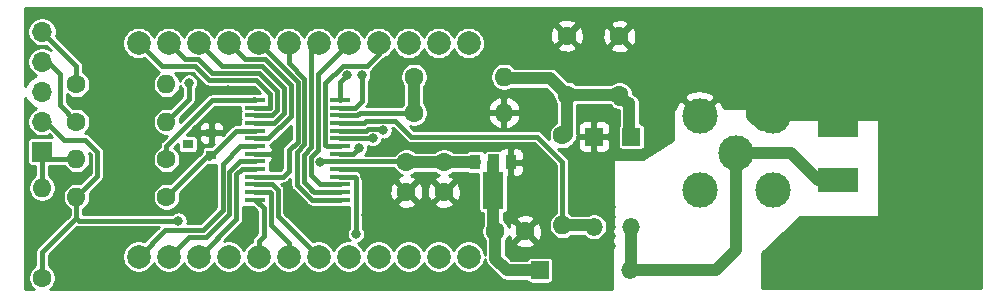
<source format=gbr>
%TF.GenerationSoftware,KiCad,Pcbnew,(5.1.6-0-10_14)*%
%TF.CreationDate,2021-03-20T13:28:09-06:00*%
%TF.ProjectId,rf_dummy_50ohm_20W,72665f64-756d-46d7-995f-35306f686d5f,rev?*%
%TF.SameCoordinates,Original*%
%TF.FileFunction,Copper,L1,Top*%
%TF.FilePolarity,Positive*%
%FSLAX46Y46*%
G04 Gerber Fmt 4.6, Leading zero omitted, Abs format (unit mm)*
G04 Created by KiCad (PCBNEW (5.1.6-0-10_14)) date 2021-03-20 13:28:09*
%MOMM*%
%LPD*%
G01*
G04 APERTURE LIST*
%TA.AperFunction,ComponentPad*%
%ADD10O,1.600000X1.600000*%
%TD*%
%TA.AperFunction,ComponentPad*%
%ADD11C,1.600000*%
%TD*%
%TA.AperFunction,ComponentPad*%
%ADD12O,1.500000X1.500000*%
%TD*%
%TA.AperFunction,ComponentPad*%
%ADD13R,1.500000X1.500000*%
%TD*%
%TA.AperFunction,SMDPad,CuDef*%
%ADD14R,7.000000X7.000000*%
%TD*%
%TA.AperFunction,SMDPad,CuDef*%
%ADD15R,3.500000X2.000000*%
%TD*%
%TA.AperFunction,ComponentPad*%
%ADD16C,2.000000*%
%TD*%
%TA.AperFunction,ComponentPad*%
%ADD17C,3.000000*%
%TD*%
%TA.AperFunction,SMDPad,CuDef*%
%ADD18R,1.750000X0.450000*%
%TD*%
%TA.AperFunction,SMDPad,CuDef*%
%ADD19R,0.900000X0.800000*%
%TD*%
%TA.AperFunction,SMDPad,CuDef*%
%ADD20C,0.100000*%
%TD*%
%TA.AperFunction,SMDPad,CuDef*%
%ADD21R,0.900000X1.300000*%
%TD*%
%TA.AperFunction,ComponentPad*%
%ADD22O,1.700000X1.700000*%
%TD*%
%TA.AperFunction,ComponentPad*%
%ADD23R,1.700000X1.700000*%
%TD*%
%TA.AperFunction,ViaPad*%
%ADD24C,0.800000*%
%TD*%
%TA.AperFunction,Conductor*%
%ADD25C,0.381000*%
%TD*%
%TA.AperFunction,Conductor*%
%ADD26C,2.032000*%
%TD*%
%TA.AperFunction,Conductor*%
%ADD27C,1.016000*%
%TD*%
%TA.AperFunction,Conductor*%
%ADD28C,0.254000*%
%TD*%
G04 APERTURE END LIST*
D10*
%TO.P,R10,2*%
%TO.N,Net-(R10-Pad2)*%
X128016000Y-95123000D03*
D11*
%TO.P,R10,1*%
%TO.N,/ICSPDAT*%
X120396000Y-95123000D03*
%TD*%
D10*
%TO.P,R9,2*%
%TO.N,Net-(R9-Pad2)*%
X128016000Y-91948000D03*
D11*
%TO.P,R9,1*%
%TO.N,/ICSPCLK*%
X120396000Y-91948000D03*
%TD*%
D10*
%TO.P,R8,2*%
%TO.N,/~MCLR*%
X120396000Y-98298000D03*
D11*
%TO.P,R8,1*%
%TO.N,Net-(R8-Pad1)*%
X128016000Y-98298000D03*
%TD*%
D10*
%TO.P,R7,2*%
%TO.N,/~MCLR*%
X117475000Y-100711000D03*
D11*
%TO.P,R7,1*%
%TO.N,VDD*%
X117475000Y-108331000D03*
%TD*%
D10*
%TO.P,R6,2*%
%TO.N,VDD*%
X120396000Y-101473000D03*
D11*
%TO.P,R6,1*%
%TO.N,/Vref+*%
X128016000Y-101473000D03*
%TD*%
%TO.P,C4,2*%
%TO.N,GND*%
X151511000Y-101052000D03*
%TO.P,C4,1*%
%TO.N,VDD*%
X151511000Y-98552000D03*
%TD*%
%TO.P,C5,2*%
%TO.N,GND*%
X148336000Y-101052000D03*
%TO.P,C5,1*%
%TO.N,VDD*%
X148336000Y-98552000D03*
%TD*%
D10*
%TO.P,R5,2*%
%TO.N,/Vdiode*%
X161544000Y-103886000D03*
D11*
%TO.P,R5,1*%
%TO.N,Net-(C1-Pad1)*%
X161544000Y-96266000D03*
%TD*%
D10*
%TO.P,R4,2*%
%TO.N,GND*%
X156591000Y-94361000D03*
D11*
%TO.P,R4,1*%
%TO.N,/Vdivider*%
X148971000Y-94361000D03*
%TD*%
D10*
%TO.P,R3,2*%
%TO.N,Net-(C1-Pad1)*%
X156591000Y-91313000D03*
D11*
%TO.P,R3,1*%
%TO.N,/Vdivider*%
X148971000Y-91313000D03*
%TD*%
D12*
%TO.P,D1,2*%
%TO.N,Net-(D1-Pad2)*%
X167259000Y-107696000D03*
D13*
%TO.P,D1,1*%
%TO.N,Net-(C2-Pad1)*%
X159639000Y-107696000D03*
%TD*%
D14*
%TO.P,R1,1*%
%TO.N,GND*%
X192248500Y-97740500D03*
D15*
%TO.P,R1,2*%
%TO.N,Net-(D1-Pad2)*%
X184848500Y-100020500D03*
%TO.P,R1,1*%
%TO.N,GND*%
X184848500Y-95440500D03*
%TD*%
D11*
%TO.P,C2,2*%
%TO.N,GND*%
X158369000Y-104394000D03*
%TO.P,C2,1*%
%TO.N,Net-(C2-Pad1)*%
X155869000Y-104394000D03*
%TD*%
D12*
%TO.P,D3,2*%
%TO.N,/Vdiode*%
X164211000Y-104013000D03*
D13*
%TO.P,D3,1*%
%TO.N,GND*%
X164211000Y-96393000D03*
%TD*%
D16*
%TO.P,U4,13*%
%TO.N,/LCD3_B*%
X125667762Y-88461500D03*
%TO.P,U4,14*%
%TO.N,/LCD3_A*%
X128207762Y-88461500D03*
%TO.P,U4,15*%
%TO.N,/LCD3_F*%
X130747762Y-88461500D03*
%TO.P,U4,16*%
%TO.N,/LCD3_G*%
X133287762Y-88461500D03*
%TO.P,U4,17*%
%TO.N,/LCD2_B*%
X135827762Y-88461500D03*
%TO.P,U4,18*%
%TO.N,/LCD2_A*%
X138367762Y-88461500D03*
%TO.P,U4,19*%
%TO.N,/LCD2_F*%
X140907762Y-88461500D03*
%TO.P,U4,20*%
%TO.N,/LCD2_G*%
X143447762Y-88461500D03*
%TO.P,U4,21*%
%TO.N,/LCD1_B*%
X145987762Y-88461500D03*
%TO.P,U4,22*%
%TO.N,/LCD1_ADEG*%
X148527762Y-88461500D03*
%TO.P,U4,23*%
%TO.N,/LCD_COM*%
X151067762Y-88461500D03*
%TO.P,U4,24*%
%TO.N,/LCD1_ADEG*%
X153607762Y-88461500D03*
%TO.P,U4,1*%
%TO.N,/LCD_COM*%
X153607762Y-106561500D03*
%TO.P,U4,2*%
%TO.N,/LCD1_ADEG*%
X151067762Y-106561500D03*
%TO.P,U4,3*%
X148527762Y-106561500D03*
%TO.P,U4,4*%
%TO.N,/LCD1_C*%
X145987762Y-106561500D03*
%TO.P,U4,5*%
%TO.N,/LCD_COM*%
X143447762Y-106561500D03*
%TO.P,U4,6*%
%TO.N,/LCD2_E*%
X140907762Y-106561500D03*
%TO.P,U4,7*%
%TO.N,/LCD2_D*%
X138367762Y-106561500D03*
%TO.P,U4,8*%
%TO.N,/LCD2_C*%
X135827762Y-106561500D03*
%TO.P,U4,9*%
%TO.N,/LCD_DP2*%
X133287762Y-106561500D03*
%TO.P,U4,10*%
%TO.N,/LCD3_E*%
X130747762Y-106561500D03*
%TO.P,U4,11*%
%TO.N,/LCD3_D*%
X128207762Y-106561500D03*
%TO.P,U4,12*%
%TO.N,/LCD3_C*%
X125667762Y-106561500D03*
%TD*%
D17*
%TO.P,J1,2*%
%TO.N,GND*%
X179406000Y-100875000D03*
%TO.P,J1,1*%
%TO.N,Net-(D1-Pad2)*%
X176276000Y-97745000D03*
%TO.P,J1,2*%
%TO.N,GND*%
X173146000Y-100875000D03*
X179406000Y-94615000D03*
X173146000Y-94615000D03*
%TD*%
D18*
%TO.P,U3,28*%
%TO.N,Net-(R10-Pad2)*%
X142729762Y-93286500D03*
%TO.P,U3,27*%
%TO.N,Net-(R9-Pad2)*%
X142729762Y-93936500D03*
%TO.P,U3,26*%
%TO.N,/Vdivider*%
X142729762Y-94586500D03*
%TO.P,U3,25*%
%TO.N,/Vdiode*%
X142729762Y-95236500D03*
%TO.P,U3,24*%
%TO.N,/LCD_COM*%
X142729762Y-95886500D03*
%TO.P,U3,23*%
%TO.N,/LCD1_ADEG*%
X142729762Y-96536500D03*
%TO.P,U3,22*%
%TO.N,/LCD1_B*%
X142729762Y-97186500D03*
%TO.P,U3,21*%
%TO.N,/LCD1_C*%
X142729762Y-97836500D03*
%TO.P,U3,20*%
%TO.N,VDD*%
X142729762Y-98486500D03*
%TO.P,U3,19*%
%TO.N,GND*%
X142729762Y-99136500D03*
%TO.P,U3,18*%
%TO.N,/LCD_DP2*%
X142729762Y-99786500D03*
%TO.P,U3,17*%
%TO.N,/LCD2_G*%
X142729762Y-100436500D03*
%TO.P,U3,16*%
%TO.N,/LCD2_F*%
X142729762Y-101086500D03*
%TO.P,U3,15*%
%TO.N,/LCD2_A*%
X142729762Y-101736500D03*
%TO.P,U3,14*%
%TO.N,/LCD2_C*%
X135529762Y-101736500D03*
%TO.P,U3,13*%
%TO.N,/LCD2_D*%
X135529762Y-101086500D03*
%TO.P,U3,12*%
%TO.N,/LCD2_E*%
X135529762Y-100436500D03*
%TO.P,U3,11*%
%TO.N,/LCD2_B*%
X135529762Y-99786500D03*
%TO.P,U3,10*%
%TO.N,/LCD3_E*%
X135529762Y-99136500D03*
%TO.P,U3,9*%
%TO.N,/LCD3_D*%
X135529762Y-98486500D03*
%TO.P,U3,8*%
%TO.N,GND*%
X135529762Y-97836500D03*
%TO.P,U3,7*%
%TO.N,/LCD3_C*%
X135529762Y-97186500D03*
%TO.P,U3,6*%
%TO.N,/LCD3_G*%
X135529762Y-96536500D03*
%TO.P,U3,5*%
%TO.N,/Vref+*%
X135529762Y-95886500D03*
%TO.P,U3,4*%
%TO.N,/LCD3_F*%
X135529762Y-95236500D03*
%TO.P,U3,3*%
%TO.N,/LCD3_A*%
X135529762Y-94586500D03*
%TO.P,U3,2*%
%TO.N,/LCD3_B*%
X135529762Y-93936500D03*
%TO.P,U3,1*%
%TO.N,Net-(R8-Pad1)*%
X135529762Y-93286500D03*
%TD*%
D19*
%TO.P,U2,3*%
%TO.N,N/C*%
X129826000Y-97028000D03*
%TO.P,U2,2*%
%TO.N,GND*%
X131826000Y-96078000D03*
%TO.P,U2,1*%
%TO.N,/Vref+*%
X131826000Y-97978000D03*
%TD*%
%TA.AperFunction,SMDPad,CuDef*%
D20*
%TO.P,U1,2*%
%TO.N,Net-(C2-Pad1)*%
G36*
X154811500Y-102502000D02*
G01*
X154811500Y-99377000D01*
X155228000Y-99377000D01*
X155228000Y-97902000D01*
X156128000Y-97902000D01*
X156128000Y-99377000D01*
X156544500Y-99377000D01*
X156544500Y-102502000D01*
X154811500Y-102502000D01*
G37*
%TD.AperFunction*%
D21*
%TO.P,U1,3*%
%TO.N,VDD*%
X154178000Y-98552000D03*
%TO.P,U1,1*%
%TO.N,GND*%
X157178000Y-98552000D03*
%TD*%
D22*
%TO.P,J2,5*%
%TO.N,/ICSPCLK*%
X117475000Y-87503000D03*
%TO.P,J2,4*%
%TO.N,/ICSPDAT*%
X117475000Y-90043000D03*
%TO.P,J2,3*%
%TO.N,GND*%
X117475000Y-92583000D03*
%TO.P,J2,2*%
%TO.N,VDD*%
X117475000Y-95123000D03*
D23*
%TO.P,J2,1*%
%TO.N,/~MCLR*%
X117475000Y-97663000D03*
%TD*%
D12*
%TO.P,D2,2*%
%TO.N,Net-(D1-Pad2)*%
X167386000Y-104013000D03*
D13*
%TO.P,D2,1*%
%TO.N,Net-(C1-Pad1)*%
X167386000Y-96393000D03*
%TD*%
D11*
%TO.P,C3,2*%
%TO.N,GND*%
X166370000Y-87884000D03*
%TO.P,C3,1*%
%TO.N,Net-(C1-Pad1)*%
X166370000Y-92884000D03*
%TD*%
%TO.P,C1,2*%
%TO.N,GND*%
X161925000Y-87837000D03*
%TO.P,C1,1*%
%TO.N,Net-(C1-Pad1)*%
X161925000Y-92837000D03*
%TD*%
D24*
%TO.N,GND*%
X144866111Y-99777409D03*
X137351762Y-97765500D03*
X158433762Y-87859500D03*
X122238762Y-107544500D03*
X122238762Y-87224500D03*
X122238762Y-89129500D03*
X126873000Y-86614000D03*
X131953000Y-86614000D03*
X137033000Y-86614000D03*
X141923762Y-86589500D03*
X147003762Y-86589500D03*
X155258762Y-86589500D03*
X141923762Y-108179500D03*
X137478762Y-108179500D03*
X132398762Y-108179500D03*
X126683762Y-108179500D03*
X138748762Y-101829500D03*
X143193762Y-103099500D03*
X134874000Y-102870000D03*
X123952000Y-108204000D03*
X152273000Y-108966000D03*
X138176000Y-96520000D03*
X144907000Y-102997000D03*
X134493000Y-105283000D03*
X142176500Y-105156000D03*
X156210000Y-89027000D03*
X148082000Y-108966000D03*
X151257000Y-94361000D03*
X153543000Y-94361000D03*
X151003000Y-91440000D03*
X153797000Y-91440000D03*
X147574000Y-92964000D03*
X148463000Y-103759000D03*
X150114000Y-103759000D03*
X152019000Y-103759000D03*
X149987000Y-99822000D03*
X147574000Y-96901000D03*
X149987000Y-97282000D03*
X153035000Y-97282000D03*
X157861000Y-100838000D03*
X154051000Y-103759000D03*
X165671500Y-104838500D03*
X164211000Y-98234500D03*
X163195000Y-90805000D03*
X166370000Y-90805000D03*
X185420000Y-105664000D03*
X190119000Y-108839000D03*
X171450000Y-87630000D03*
X175260000Y-87630000D03*
X177927000Y-87630000D03*
X182372000Y-92837000D03*
X190690500Y-102362000D03*
X180340000Y-90805000D03*
X195199000Y-85979000D03*
X194564000Y-108839000D03*
X194818000Y-102425500D03*
X153670000Y-100965000D03*
X180721000Y-87693500D03*
X163131500Y-94805500D03*
X133223000Y-92456000D03*
X131064000Y-92583000D03*
X133223000Y-94488000D03*
X117348000Y-102870000D03*
X123317000Y-101473000D03*
X125603000Y-100203000D03*
X123698000Y-98044000D03*
X125476000Y-95758000D03*
X122936000Y-94234000D03*
X125095000Y-91948000D03*
X122809000Y-91059000D03*
X130937000Y-101219000D03*
X119253000Y-99949000D03*
X119761000Y-108204000D03*
X119761000Y-86868000D03*
X194310000Y-92900500D03*
X193929000Y-98806000D03*
X192913000Y-97790000D03*
X193929000Y-96774000D03*
X193929000Y-94742000D03*
X192913000Y-95758000D03*
X191897000Y-96774000D03*
X190881000Y-97790000D03*
X191897000Y-98806000D03*
X192913000Y-99822000D03*
X193929000Y-100838000D03*
X191897000Y-100838000D03*
X190881000Y-99822000D03*
X189865000Y-100838000D03*
X189865000Y-98806000D03*
X188849000Y-99822000D03*
X188849000Y-97790000D03*
X188849000Y-95758000D03*
X189865000Y-96774000D03*
X190881000Y-95758000D03*
X191897000Y-94742000D03*
X189865000Y-94742000D03*
X183959500Y-90614500D03*
X185547000Y-88646000D03*
X186436000Y-92964000D03*
X191008000Y-92964000D03*
X189103000Y-102362000D03*
X194818000Y-95250000D03*
X194818000Y-97536000D03*
X194818000Y-99822000D03*
X193103500Y-102425500D03*
X159512000Y-94742000D03*
X165671500Y-103187500D03*
X165671500Y-105664000D03*
X165671500Y-102362000D03*
X165671500Y-104013000D03*
X173355000Y-90805000D03*
X177165000Y-90805000D03*
X169545000Y-90805000D03*
X164846000Y-105664000D03*
X165735000Y-94488000D03*
X163957000Y-105664000D03*
X163068000Y-105664000D03*
X162179000Y-105664000D03*
X161290000Y-105664000D03*
X160147000Y-104394000D03*
X160528000Y-105156000D03*
X159829500Y-98933000D03*
X159448500Y-101600000D03*
X163576000Y-100457000D03*
X179832000Y-108839000D03*
X179832000Y-106299000D03*
X181991000Y-108839000D03*
X185547000Y-108839000D03*
X183769000Y-103822500D03*
X160147000Y-103505000D03*
X160147000Y-102616000D03*
X164465000Y-107696000D03*
X161925000Y-107696000D03*
%TO.N,VDD*%
X141034762Y-98527500D03*
X129032000Y-103505000D03*
%TO.N,Net-(R9-Pad2)*%
X144590762Y-91190000D03*
%TO.N,/LCD_COM*%
X146387981Y-95860500D03*
%TO.N,/LCD_DP2*%
X144082762Y-104623500D03*
%TO.N,/LCD1_ADEG*%
X145479762Y-96495500D03*
%TO.N,/LCD1_C*%
X144336762Y-97327000D03*
%TO.N,Net-(R10-Pad2)*%
X143320762Y-91190000D03*
X129921000Y-91821000D03*
%TD*%
D25*
%TO.N,GND*%
X144225202Y-99136500D02*
X144866111Y-99777409D01*
X142729762Y-99136500D02*
X144225202Y-99136500D01*
X144866111Y-100199849D02*
X146114762Y-101448500D01*
X144866111Y-99777409D02*
X144866111Y-100199849D01*
X137280762Y-97836500D02*
X137351762Y-97765500D01*
X135529762Y-97836500D02*
X137280762Y-97836500D01*
D26*
X158725500Y-87859500D02*
X158433762Y-87859500D01*
D27*
X178435000Y-95422000D02*
X177628000Y-94615000D01*
X182846000Y-92744000D02*
X182880000Y-92710000D01*
X177628000Y-91268000D02*
X177165000Y-90805000D01*
X177628000Y-94615000D02*
X177628000Y-91268000D01*
X184848500Y-91503500D02*
X183959500Y-90614500D01*
X184848500Y-95440500D02*
X184848500Y-91503500D01*
D28*
X170688000Y-91948000D02*
X169545000Y-90805000D01*
X170688000Y-92747000D02*
X170688000Y-91948000D01*
X173146000Y-94615000D02*
X171323000Y-92792000D01*
X171323000Y-92583000D02*
X169545000Y-90805000D01*
X171323000Y-92792000D02*
X171323000Y-92583000D01*
D27*
%TO.N,Net-(C1-Pad1)*%
X166323000Y-93218000D02*
X166370000Y-93265000D01*
X167132000Y-93646000D02*
X166370000Y-92884000D01*
X167195500Y-96329500D02*
X167195500Y-93582500D01*
X166323000Y-92837000D02*
X166370000Y-92884000D01*
X161925000Y-92837000D02*
X166323000Y-92837000D01*
X161925000Y-96266000D02*
X161798000Y-96393000D01*
X160528000Y-91440000D02*
X161925000Y-92837000D01*
X156591000Y-91440000D02*
X160528000Y-91440000D01*
X161925000Y-95885000D02*
X161544000Y-96266000D01*
X161925000Y-92837000D02*
X161925000Y-95885000D01*
D25*
%TO.N,VDD*%
X141075762Y-98486500D02*
X141034762Y-98527500D01*
X142729762Y-98486500D02*
X141075762Y-98486500D01*
D27*
X154178000Y-98552000D02*
X151511000Y-98552000D01*
X151511000Y-98552000D02*
X148336000Y-98552000D01*
D25*
X148270500Y-98486500D02*
X148336000Y-98552000D01*
X142729762Y-98486500D02*
X148270500Y-98486500D01*
X129032000Y-103505000D02*
X120650000Y-103505000D01*
X120396000Y-103251000D02*
X120396000Y-101473000D01*
X120650000Y-103505000D02*
X120396000Y-103251000D01*
X120396000Y-101473000D02*
X122174000Y-99695000D01*
X122174000Y-99695000D02*
X122174000Y-97663000D01*
X122174000Y-97663000D02*
X121158000Y-96647000D01*
X121158000Y-96647000D02*
X119380000Y-96647000D01*
X117856000Y-95123000D02*
X117475000Y-95123000D01*
X119380000Y-96647000D02*
X117856000Y-95123000D01*
X117475000Y-106172000D02*
X120396000Y-103251000D01*
X117475000Y-108331000D02*
X117475000Y-106172000D01*
D27*
%TO.N,Net-(D1-Pad2)*%
X167386000Y-107569000D02*
X167259000Y-107696000D01*
X167386000Y-104013000D02*
X167386000Y-107569000D01*
X167259000Y-107696000D02*
X174561500Y-107696000D01*
X184799000Y-100070000D02*
X184848500Y-100020500D01*
X180930000Y-97745000D02*
X183205500Y-100020500D01*
X183205500Y-100020500D02*
X184848500Y-100020500D01*
X176276000Y-97745000D02*
X180930000Y-97745000D01*
X176276000Y-105981500D02*
X176276000Y-97745000D01*
X174561500Y-107696000D02*
X176276000Y-105981500D01*
D25*
%TO.N,/ICSPCLK*%
X120396000Y-90424000D02*
X117475000Y-87503000D01*
X120396000Y-91948000D02*
X120396000Y-90424000D01*
%TO.N,/ICSPDAT*%
X118999000Y-91059000D02*
X117983000Y-90043000D01*
X117983000Y-90043000D02*
X117475000Y-90043000D01*
X118999000Y-93726000D02*
X118999000Y-91059000D01*
X120396000Y-95123000D02*
X118999000Y-93726000D01*
%TO.N,/~MCLR*%
X118110000Y-98298000D02*
X117475000Y-97663000D01*
X120396000Y-98298000D02*
X118110000Y-98298000D01*
X117475000Y-100711000D02*
X117475000Y-97663000D01*
%TO.N,/Vref+*%
X133941762Y-95886500D02*
X131620762Y-98207500D01*
X135529762Y-95886500D02*
X133941762Y-95886500D01*
X131511000Y-97978000D02*
X131826000Y-97978000D01*
X128016000Y-101473000D02*
X131511000Y-97978000D01*
%TO.N,Net-(R9-Pad2)*%
X143985762Y-93936500D02*
X144590762Y-93331500D01*
X142729762Y-93936500D02*
X143985762Y-93936500D01*
X144590762Y-93331500D02*
X144590762Y-91190000D01*
%TO.N,/LCD_COM*%
X143995263Y-106013999D02*
X143447762Y-106561500D01*
X146232480Y-95704999D02*
X146387981Y-95860500D01*
X142729762Y-95886500D02*
X144918820Y-95886500D01*
X145100321Y-95704999D02*
X144918820Y-95886500D01*
X146232480Y-95704999D02*
X145100321Y-95704999D01*
%TO.N,/LCD_DP2*%
X143985762Y-99786500D02*
X144082762Y-99883500D01*
X142729762Y-99786500D02*
X143985762Y-99786500D01*
X144082762Y-102186402D02*
X144082762Y-104623500D01*
X144082762Y-99883500D02*
X144082762Y-102186402D01*
%TO.N,/LCD1_ADEG*%
X145438762Y-96536500D02*
X145479762Y-96495500D01*
X142729762Y-96536500D02*
X145438762Y-96536500D01*
%TO.N,/LCD1_B*%
X141464261Y-97073901D02*
X141464261Y-91875001D01*
X141576860Y-97186500D02*
X141464261Y-97073901D01*
X142729762Y-97186500D02*
X141576860Y-97186500D01*
X141464261Y-91875001D02*
X142939762Y-90399500D01*
X142939762Y-90399500D02*
X144971762Y-90399500D01*
X145987762Y-89383500D02*
X145987762Y-88461500D01*
X144971762Y-90399500D02*
X145987762Y-89383500D01*
%TO.N,/LCD1_C*%
X143827262Y-97836500D02*
X144336762Y-97327000D01*
X142729762Y-97836500D02*
X143827262Y-97836500D01*
%TO.N,/LCD2_G*%
X141038762Y-100436500D02*
X142729762Y-100436500D01*
X140244261Y-98148059D02*
X140244261Y-99641999D01*
X140862329Y-97529991D02*
X140244261Y-98148059D01*
X140244261Y-99641999D02*
X141038762Y-100436500D01*
X140862329Y-91046933D02*
X140862329Y-97529991D01*
X143447762Y-88461500D02*
X140862329Y-91046933D01*
%TO.N,/LCD2_F*%
X142729762Y-101086500D02*
X140478434Y-101086500D01*
X140281319Y-89087943D02*
X140907762Y-88461500D01*
X140478434Y-101086500D02*
X140281319Y-100889385D01*
X139663251Y-100271317D02*
X140478434Y-101086500D01*
X139663251Y-97907397D02*
X139663251Y-100271317D01*
X140281318Y-97289330D02*
X139663251Y-97907397D01*
X140281318Y-89087944D02*
X140281318Y-97289330D01*
X140907762Y-88461500D02*
X140281318Y-89087944D01*
%TO.N,/LCD2_A*%
X140306762Y-101736500D02*
X142729762Y-101736500D01*
X139700309Y-97048667D02*
X139082241Y-97666735D01*
X139700309Y-91478047D02*
X139700309Y-97048667D01*
X138367762Y-90145500D02*
X139700309Y-91478047D01*
X139082241Y-97666735D02*
X139082241Y-100511979D01*
X139082241Y-100511979D02*
X140306762Y-101736500D01*
X138367762Y-88461500D02*
X138367762Y-90145500D01*
%TO.N,/LCD2_C*%
X135529762Y-106263500D02*
X135827762Y-106561500D01*
X135827762Y-106561500D02*
X135827762Y-105218238D01*
X135827762Y-105218238D02*
X136262752Y-104783248D01*
X136262752Y-102469490D02*
X135529762Y-101736500D01*
X136262752Y-104783248D02*
X136262752Y-102469490D01*
%TO.N,/LCD2_D*%
X136785762Y-101086500D02*
X136843762Y-101144500D01*
X135529762Y-101086500D02*
X136785762Y-101086500D01*
X136843762Y-101144500D02*
X136843762Y-103861500D01*
X138367762Y-105385500D02*
X138367762Y-106561500D01*
X136843762Y-103861500D02*
X138367762Y-105385500D01*
%TO.N,/LCD2_E*%
X136957434Y-100436500D02*
X137424772Y-100903838D01*
X135529762Y-100436500D02*
X136957434Y-100436500D01*
X137424772Y-103078510D02*
X140907762Y-106561500D01*
X137424772Y-100903838D02*
X137424772Y-103078510D01*
%TO.N,/LCD2_B*%
X137870762Y-99786500D02*
X135529762Y-99786500D01*
X138367762Y-99289500D02*
X137870762Y-99786500D01*
X139119299Y-91786447D02*
X139119300Y-96808004D01*
X137679811Y-90346959D02*
X139119299Y-91786447D01*
X137679811Y-90313549D02*
X137679811Y-90346959D01*
X139119300Y-96808004D02*
X138367762Y-97559542D01*
X138367762Y-97559542D02*
X138367762Y-99289500D01*
X135827762Y-88461500D02*
X137679811Y-90313549D01*
%TO.N,/LCD3_E*%
X134376860Y-99136500D02*
X133922762Y-99590598D01*
X135529762Y-99136500D02*
X134376860Y-99136500D01*
X133922762Y-103386500D02*
X130747762Y-106561500D01*
X133922762Y-99590598D02*
X133922762Y-103386500D01*
%TO.N,/LCD3_D*%
X134205188Y-98486500D02*
X133341752Y-99349936D01*
X135529762Y-98486500D02*
X134205188Y-98486500D01*
X133341752Y-99349936D02*
X133341752Y-102918510D01*
X133341752Y-102918510D02*
X131382762Y-104877500D01*
X129891762Y-104877500D02*
X128207762Y-106561500D01*
X131382762Y-104877500D02*
X129891762Y-104877500D01*
%TO.N,/LCD3_C*%
X134273762Y-97186500D02*
X132760742Y-98699520D01*
X135529762Y-97186500D02*
X134273762Y-97186500D01*
X132760742Y-98699520D02*
X132760742Y-102610520D01*
X127932772Y-104296490D02*
X125667762Y-106561500D01*
X131074772Y-104296490D02*
X127932772Y-104296490D01*
X132760742Y-102610520D02*
X131074772Y-104296490D01*
%TO.N,/LCD3_G*%
X138538290Y-92027110D02*
X136363181Y-89852001D01*
X138538291Y-94648983D02*
X138538290Y-92027110D01*
X136650775Y-96536500D02*
X138538291Y-94648983D01*
X136363181Y-89852001D02*
X134678263Y-89852001D01*
X134678263Y-89852001D02*
X133287762Y-88461500D01*
X135529762Y-96536500D02*
X136650775Y-96536500D01*
%TO.N,/LCD3_F*%
X132719273Y-90433011D02*
X130747762Y-88461500D01*
X136122519Y-90433011D02*
X132719273Y-90433011D01*
X137957282Y-94408322D02*
X137957281Y-92267773D01*
X137129106Y-95236500D02*
X137957282Y-94408322D01*
X137957281Y-92267773D02*
X136122519Y-90433011D01*
X135529762Y-95236500D02*
X137129106Y-95236500D01*
%TO.N,/LCD3_A*%
X129598263Y-89852001D02*
X128207762Y-88461500D01*
X131870283Y-91014021D02*
X130708263Y-89852001D01*
X130708263Y-89852001D02*
X129598263Y-89852001D01*
X137376273Y-94167661D02*
X137376272Y-92508436D01*
X136957434Y-94586500D02*
X137376273Y-94167661D01*
X135881857Y-91014021D02*
X131870283Y-91014021D01*
X137376272Y-92508436D02*
X135881857Y-91014021D01*
X135529762Y-94586500D02*
X136957434Y-94586500D01*
%TO.N,/LCD3_B*%
X136795263Y-92749099D02*
X136717163Y-92670999D01*
X136795263Y-93926999D02*
X136795263Y-92749099D01*
X136785762Y-93936500D02*
X136795263Y-93926999D01*
X135529762Y-93936500D02*
X136785762Y-93936500D01*
X136780361Y-92749099D02*
X135626293Y-91595031D01*
X136795263Y-92749099D02*
X136780361Y-92749099D01*
X135626293Y-91595031D02*
X131629620Y-91595030D01*
X127639273Y-90433011D02*
X125667762Y-88461500D01*
X130467601Y-90433011D02*
X127639273Y-90433011D01*
X131629620Y-91595030D02*
X130467601Y-90433011D01*
D27*
%TO.N,Net-(C2-Pad1)*%
X155869000Y-106720000D02*
X155869000Y-104394000D01*
X155678000Y-104203000D02*
X155869000Y-104394000D01*
X155678000Y-98639500D02*
X155678000Y-104203000D01*
X156845000Y-107696000D02*
X155869000Y-106720000D01*
X159639000Y-107696000D02*
X156845000Y-107696000D01*
D25*
%TO.N,/Vdiode*%
X143204762Y-95236500D02*
X143215762Y-95225500D01*
X142729762Y-95236500D02*
X143204762Y-95236500D01*
X147393999Y-95069999D02*
X148717000Y-96393000D01*
X144913649Y-95069999D02*
X147393999Y-95069999D01*
X144747148Y-95236500D02*
X144913649Y-95069999D01*
X142729762Y-95236500D02*
X144747148Y-95236500D01*
X148717000Y-96393000D02*
X159385000Y-96393000D01*
X161544000Y-98552000D02*
X161544000Y-103886000D01*
X159385000Y-96393000D02*
X161544000Y-98552000D01*
D27*
X164084000Y-103886000D02*
X164211000Y-104013000D01*
X161544000Y-103886000D02*
X164084000Y-103886000D01*
D25*
%TO.N,Net-(R8-Pad1)*%
X135461262Y-93218000D02*
X135529762Y-93286500D01*
X128016000Y-98298000D02*
X128016000Y-97155000D01*
X131884500Y-93286500D02*
X135529762Y-93286500D01*
X128016000Y-97155000D02*
X131884500Y-93286500D01*
%TO.N,Net-(R10-Pad2)*%
X142729762Y-91781000D02*
X143320762Y-91190000D01*
X142729762Y-93286500D02*
X142729762Y-91781000D01*
X129921000Y-93218000D02*
X128016000Y-95123000D01*
X129921000Y-91821000D02*
X129921000Y-93218000D01*
D27*
%TO.N,/Vdivider*%
X148971000Y-91440000D02*
X148971000Y-94361000D01*
D25*
X144382934Y-94361000D02*
X148971000Y-94361000D01*
X144157434Y-94586500D02*
X144382934Y-94361000D01*
X142729762Y-94586500D02*
X144157434Y-94586500D01*
%TD*%
D28*
%TO.N,GND*%
G36*
X116078175Y-93087099D02*
G01*
X116203359Y-93349920D01*
X116377412Y-93583269D01*
X116593645Y-93778178D01*
X116843748Y-93927157D01*
X117006168Y-93984772D01*
X116891903Y-94032102D01*
X116690283Y-94166820D01*
X116518820Y-94338283D01*
X116384102Y-94539903D01*
X116291307Y-94763931D01*
X116244000Y-95001757D01*
X116244000Y-95244243D01*
X116291307Y-95482069D01*
X116384102Y-95706097D01*
X116518820Y-95907717D01*
X116690283Y-96079180D01*
X116891903Y-96213898D01*
X117115931Y-96306693D01*
X117353757Y-96354000D01*
X117596243Y-96354000D01*
X117834069Y-96306693D01*
X118058097Y-96213898D01*
X118106400Y-96181623D01*
X118358205Y-96433427D01*
X118325000Y-96430157D01*
X116625000Y-96430157D01*
X116550311Y-96437513D01*
X116478492Y-96459299D01*
X116412304Y-96494678D01*
X116354289Y-96542289D01*
X116306678Y-96600304D01*
X116271299Y-96666492D01*
X116249513Y-96738311D01*
X116242157Y-96813000D01*
X116242157Y-98513000D01*
X116249513Y-98587689D01*
X116271299Y-98659508D01*
X116306678Y-98725696D01*
X116354289Y-98783711D01*
X116412304Y-98831322D01*
X116478492Y-98866701D01*
X116550311Y-98888487D01*
X116625000Y-98895843D01*
X116903501Y-98895843D01*
X116903500Y-99672488D01*
X116722157Y-99793658D01*
X116557658Y-99958157D01*
X116428412Y-100151587D01*
X116339386Y-100366515D01*
X116294000Y-100594682D01*
X116294000Y-100827318D01*
X116339386Y-101055485D01*
X116428412Y-101270413D01*
X116557658Y-101463843D01*
X116722157Y-101628342D01*
X116915587Y-101757588D01*
X117130515Y-101846614D01*
X117358682Y-101892000D01*
X117591318Y-101892000D01*
X117819485Y-101846614D01*
X118034413Y-101757588D01*
X118227843Y-101628342D01*
X118392342Y-101463843D01*
X118521588Y-101270413D01*
X118610614Y-101055485D01*
X118656000Y-100827318D01*
X118656000Y-100594682D01*
X118610614Y-100366515D01*
X118521588Y-100151587D01*
X118392342Y-99958157D01*
X118227843Y-99793658D01*
X118046500Y-99672488D01*
X118046500Y-98895843D01*
X118325000Y-98895843D01*
X118399689Y-98888487D01*
X118462281Y-98869500D01*
X119357488Y-98869500D01*
X119478658Y-99050843D01*
X119643157Y-99215342D01*
X119836587Y-99344588D01*
X120051515Y-99433614D01*
X120279682Y-99479000D01*
X120512318Y-99479000D01*
X120740485Y-99433614D01*
X120955413Y-99344588D01*
X121148843Y-99215342D01*
X121313342Y-99050843D01*
X121442588Y-98857413D01*
X121531614Y-98642485D01*
X121577000Y-98414318D01*
X121577000Y-98181682D01*
X121531614Y-97953515D01*
X121443453Y-97740676D01*
X121602501Y-97899724D01*
X121602500Y-99458276D01*
X120726227Y-100334550D01*
X120512318Y-100292000D01*
X120279682Y-100292000D01*
X120051515Y-100337386D01*
X119836587Y-100426412D01*
X119643157Y-100555658D01*
X119478658Y-100720157D01*
X119349412Y-100913587D01*
X119260386Y-101128515D01*
X119215000Y-101356682D01*
X119215000Y-101589318D01*
X119260386Y-101817485D01*
X119349412Y-102032413D01*
X119478658Y-102225843D01*
X119643157Y-102390342D01*
X119824500Y-102511512D01*
X119824500Y-103014277D01*
X117090744Y-105748034D01*
X117068934Y-105765933D01*
X117047898Y-105791566D01*
X116997516Y-105852956D01*
X116944448Y-105952239D01*
X116911769Y-106059967D01*
X116900735Y-106172000D01*
X116903501Y-106200084D01*
X116903500Y-107292488D01*
X116722157Y-107413658D01*
X116557658Y-107578157D01*
X116428412Y-107771587D01*
X116339386Y-107986515D01*
X116294000Y-108214682D01*
X116294000Y-108447318D01*
X116339386Y-108675485D01*
X116428412Y-108890413D01*
X116557658Y-109083843D01*
X116722157Y-109248342D01*
X116831477Y-109321387D01*
X116078000Y-109322339D01*
X116078000Y-93086522D01*
X116078175Y-93087099D01*
G37*
X116078175Y-93087099D02*
X116203359Y-93349920D01*
X116377412Y-93583269D01*
X116593645Y-93778178D01*
X116843748Y-93927157D01*
X117006168Y-93984772D01*
X116891903Y-94032102D01*
X116690283Y-94166820D01*
X116518820Y-94338283D01*
X116384102Y-94539903D01*
X116291307Y-94763931D01*
X116244000Y-95001757D01*
X116244000Y-95244243D01*
X116291307Y-95482069D01*
X116384102Y-95706097D01*
X116518820Y-95907717D01*
X116690283Y-96079180D01*
X116891903Y-96213898D01*
X117115931Y-96306693D01*
X117353757Y-96354000D01*
X117596243Y-96354000D01*
X117834069Y-96306693D01*
X118058097Y-96213898D01*
X118106400Y-96181623D01*
X118358205Y-96433427D01*
X118325000Y-96430157D01*
X116625000Y-96430157D01*
X116550311Y-96437513D01*
X116478492Y-96459299D01*
X116412304Y-96494678D01*
X116354289Y-96542289D01*
X116306678Y-96600304D01*
X116271299Y-96666492D01*
X116249513Y-96738311D01*
X116242157Y-96813000D01*
X116242157Y-98513000D01*
X116249513Y-98587689D01*
X116271299Y-98659508D01*
X116306678Y-98725696D01*
X116354289Y-98783711D01*
X116412304Y-98831322D01*
X116478492Y-98866701D01*
X116550311Y-98888487D01*
X116625000Y-98895843D01*
X116903501Y-98895843D01*
X116903500Y-99672488D01*
X116722157Y-99793658D01*
X116557658Y-99958157D01*
X116428412Y-100151587D01*
X116339386Y-100366515D01*
X116294000Y-100594682D01*
X116294000Y-100827318D01*
X116339386Y-101055485D01*
X116428412Y-101270413D01*
X116557658Y-101463843D01*
X116722157Y-101628342D01*
X116915587Y-101757588D01*
X117130515Y-101846614D01*
X117358682Y-101892000D01*
X117591318Y-101892000D01*
X117819485Y-101846614D01*
X118034413Y-101757588D01*
X118227843Y-101628342D01*
X118392342Y-101463843D01*
X118521588Y-101270413D01*
X118610614Y-101055485D01*
X118656000Y-100827318D01*
X118656000Y-100594682D01*
X118610614Y-100366515D01*
X118521588Y-100151587D01*
X118392342Y-99958157D01*
X118227843Y-99793658D01*
X118046500Y-99672488D01*
X118046500Y-98895843D01*
X118325000Y-98895843D01*
X118399689Y-98888487D01*
X118462281Y-98869500D01*
X119357488Y-98869500D01*
X119478658Y-99050843D01*
X119643157Y-99215342D01*
X119836587Y-99344588D01*
X120051515Y-99433614D01*
X120279682Y-99479000D01*
X120512318Y-99479000D01*
X120740485Y-99433614D01*
X120955413Y-99344588D01*
X121148843Y-99215342D01*
X121313342Y-99050843D01*
X121442588Y-98857413D01*
X121531614Y-98642485D01*
X121577000Y-98414318D01*
X121577000Y-98181682D01*
X121531614Y-97953515D01*
X121443453Y-97740676D01*
X121602501Y-97899724D01*
X121602500Y-99458276D01*
X120726227Y-100334550D01*
X120512318Y-100292000D01*
X120279682Y-100292000D01*
X120051515Y-100337386D01*
X119836587Y-100426412D01*
X119643157Y-100555658D01*
X119478658Y-100720157D01*
X119349412Y-100913587D01*
X119260386Y-101128515D01*
X119215000Y-101356682D01*
X119215000Y-101589318D01*
X119260386Y-101817485D01*
X119349412Y-102032413D01*
X119478658Y-102225843D01*
X119643157Y-102390342D01*
X119824500Y-102511512D01*
X119824500Y-103014277D01*
X117090744Y-105748034D01*
X117068934Y-105765933D01*
X117047898Y-105791566D01*
X116997516Y-105852956D01*
X116944448Y-105952239D01*
X116911769Y-106059967D01*
X116900735Y-106172000D01*
X116903501Y-106200084D01*
X116903500Y-107292488D01*
X116722157Y-107413658D01*
X116557658Y-107578157D01*
X116428412Y-107771587D01*
X116339386Y-107986515D01*
X116294000Y-108214682D01*
X116294000Y-108447318D01*
X116339386Y-108675485D01*
X116428412Y-108890413D01*
X116557658Y-109083843D01*
X116722157Y-109248342D01*
X116831477Y-109321387D01*
X116078000Y-109322339D01*
X116078000Y-93086522D01*
X116078175Y-93087099D01*
G36*
X196977000Y-109220160D02*
G01*
X178435000Y-109243579D01*
X178435000Y-106226828D01*
X181660409Y-103187500D01*
X188214000Y-103187500D01*
X188238562Y-103185102D01*
X188262398Y-103177916D01*
X188284375Y-103166218D01*
X188303648Y-103150457D01*
X188319475Y-103131239D01*
X188331249Y-103109303D01*
X188338517Y-103085491D01*
X188341000Y-103060719D01*
X188343295Y-101729420D01*
X188394006Y-101771037D01*
X188504320Y-101830002D01*
X188624018Y-101866312D01*
X188748500Y-101878572D01*
X191962750Y-101875500D01*
X192121500Y-101716750D01*
X192121500Y-97867500D01*
X192375500Y-97867500D01*
X192375500Y-101716750D01*
X192534250Y-101875500D01*
X195748500Y-101878572D01*
X195872982Y-101866312D01*
X195992680Y-101830002D01*
X196102994Y-101771037D01*
X196199685Y-101691685D01*
X196279037Y-101594994D01*
X196338002Y-101484680D01*
X196374312Y-101364982D01*
X196386572Y-101240500D01*
X196383500Y-98026250D01*
X196224750Y-97867500D01*
X192375500Y-97867500D01*
X192121500Y-97867500D01*
X192101500Y-97867500D01*
X192101500Y-97613500D01*
X192121500Y-97613500D01*
X192121500Y-93764250D01*
X192375500Y-93764250D01*
X192375500Y-97613500D01*
X196224750Y-97613500D01*
X196383500Y-97454750D01*
X196386572Y-94240500D01*
X196374312Y-94116018D01*
X196338002Y-93996320D01*
X196279037Y-93886006D01*
X196199685Y-93789315D01*
X196102994Y-93709963D01*
X195992680Y-93650998D01*
X195872982Y-93614688D01*
X195748500Y-93602428D01*
X192534250Y-93605500D01*
X192375500Y-93764250D01*
X192121500Y-93764250D01*
X191962750Y-93605500D01*
X188748500Y-93602428D01*
X188624018Y-93614688D01*
X188504320Y-93650998D01*
X188394006Y-93709963D01*
X188297315Y-93789315D01*
X188217963Y-93886006D01*
X188158998Y-93996320D01*
X188122688Y-94116018D01*
X188110428Y-94240500D01*
X188111035Y-94875411D01*
X187234687Y-94878850D01*
X187236572Y-94440500D01*
X187224312Y-94316018D01*
X187188002Y-94196320D01*
X187129037Y-94086006D01*
X187049685Y-93989315D01*
X186952994Y-93909963D01*
X186842680Y-93850998D01*
X186722982Y-93814688D01*
X186598500Y-93802428D01*
X185134250Y-93805500D01*
X184975500Y-93964250D01*
X184975500Y-94887716D01*
X184721500Y-94888713D01*
X184721500Y-93964250D01*
X184562750Y-93805500D01*
X183098500Y-93802428D01*
X182974018Y-93814688D01*
X182854320Y-93850998D01*
X182744006Y-93909963D01*
X182647315Y-93989315D01*
X182567963Y-94086006D01*
X182508998Y-94196320D01*
X182472688Y-94316018D01*
X182460428Y-94440500D01*
X182462394Y-94897579D01*
X181525112Y-94901257D01*
X181550902Y-94572176D01*
X181501334Y-94154549D01*
X181371243Y-93754617D01*
X181213214Y-93458962D01*
X180897653Y-93302952D01*
X179585605Y-94615000D01*
X179599748Y-94629143D01*
X179420143Y-94808748D01*
X179406000Y-94794605D01*
X179391858Y-94808748D01*
X179212253Y-94629143D01*
X179226395Y-94615000D01*
X177914347Y-93302952D01*
X177598786Y-93458962D01*
X177407980Y-93833745D01*
X177373419Y-93956443D01*
X175183143Y-93975656D01*
X175111243Y-93754617D01*
X174953214Y-93458962D01*
X174637653Y-93302952D01*
X173954168Y-93986437D01*
X173591779Y-93989616D01*
X174458048Y-93123347D01*
X178093952Y-93123347D01*
X179406000Y-94435395D01*
X180718048Y-93123347D01*
X180562038Y-92807786D01*
X180187255Y-92616980D01*
X179782449Y-92502956D01*
X179363176Y-92470098D01*
X178945549Y-92519666D01*
X178545617Y-92649757D01*
X178249962Y-92807786D01*
X178093952Y-93123347D01*
X174458048Y-93123347D01*
X174302038Y-92807786D01*
X173927255Y-92616980D01*
X173522449Y-92502956D01*
X173103176Y-92470098D01*
X172685549Y-92519666D01*
X172285617Y-92649757D01*
X171989962Y-92807786D01*
X171833952Y-93123347D01*
X172707973Y-93997368D01*
X172351887Y-94000492D01*
X171654347Y-93302952D01*
X171338786Y-93458962D01*
X171147980Y-93833745D01*
X171097913Y-94011492D01*
X171067886Y-94011755D01*
X171044224Y-94014190D01*
X171020399Y-94021417D01*
X170998443Y-94033153D01*
X170979197Y-94048947D01*
X170963403Y-94068193D01*
X170951667Y-94090149D01*
X170944440Y-94113974D01*
X170942000Y-94138750D01*
X170942000Y-96702692D01*
X168400976Y-98252097D01*
X165948580Y-98266252D01*
X165925653Y-98268473D01*
X165901765Y-98275487D01*
X165879704Y-98287026D01*
X165860318Y-98302647D01*
X165844352Y-98321750D01*
X165832420Y-98343601D01*
X165824980Y-98367359D01*
X165822318Y-98392113D01*
X165725018Y-109259633D01*
X118120961Y-109319759D01*
X118227843Y-109248342D01*
X118392342Y-109083843D01*
X118521588Y-108890413D01*
X118610614Y-108675485D01*
X118656000Y-108447318D01*
X118656000Y-108214682D01*
X118610614Y-107986515D01*
X118521588Y-107771587D01*
X118392342Y-107578157D01*
X118227843Y-107413658D01*
X118046500Y-107292488D01*
X118046500Y-106408722D01*
X120423352Y-104031871D01*
X120430238Y-104035552D01*
X120537966Y-104068231D01*
X120621926Y-104076500D01*
X120621927Y-104076500D01*
X120649999Y-104079265D01*
X120678071Y-104076500D01*
X127344539Y-104076500D01*
X126153234Y-105267805D01*
X126070585Y-105233571D01*
X125803779Y-105180500D01*
X125531745Y-105180500D01*
X125264939Y-105233571D01*
X125013613Y-105337674D01*
X124787426Y-105488807D01*
X124595069Y-105681164D01*
X124443936Y-105907351D01*
X124339833Y-106158677D01*
X124286762Y-106425483D01*
X124286762Y-106697517D01*
X124339833Y-106964323D01*
X124443936Y-107215649D01*
X124595069Y-107441836D01*
X124787426Y-107634193D01*
X125013613Y-107785326D01*
X125264939Y-107889429D01*
X125531745Y-107942500D01*
X125803779Y-107942500D01*
X126070585Y-107889429D01*
X126321911Y-107785326D01*
X126548098Y-107634193D01*
X126740455Y-107441836D01*
X126891588Y-107215649D01*
X126937762Y-107104175D01*
X126983936Y-107215649D01*
X127135069Y-107441836D01*
X127327426Y-107634193D01*
X127553613Y-107785326D01*
X127804939Y-107889429D01*
X128071745Y-107942500D01*
X128343779Y-107942500D01*
X128610585Y-107889429D01*
X128861911Y-107785326D01*
X129088098Y-107634193D01*
X129280455Y-107441836D01*
X129431588Y-107215649D01*
X129477762Y-107104175D01*
X129523936Y-107215649D01*
X129675069Y-107441836D01*
X129867426Y-107634193D01*
X130093613Y-107785326D01*
X130344939Y-107889429D01*
X130611745Y-107942500D01*
X130883779Y-107942500D01*
X131150585Y-107889429D01*
X131401911Y-107785326D01*
X131628098Y-107634193D01*
X131820455Y-107441836D01*
X131971588Y-107215649D01*
X132017762Y-107104175D01*
X132063936Y-107215649D01*
X132215069Y-107441836D01*
X132407426Y-107634193D01*
X132633613Y-107785326D01*
X132884939Y-107889429D01*
X133151745Y-107942500D01*
X133423779Y-107942500D01*
X133690585Y-107889429D01*
X133941911Y-107785326D01*
X134168098Y-107634193D01*
X134360455Y-107441836D01*
X134511588Y-107215649D01*
X134557762Y-107104175D01*
X134603936Y-107215649D01*
X134755069Y-107441836D01*
X134947426Y-107634193D01*
X135173613Y-107785326D01*
X135424939Y-107889429D01*
X135691745Y-107942500D01*
X135963779Y-107942500D01*
X136230585Y-107889429D01*
X136481911Y-107785326D01*
X136708098Y-107634193D01*
X136900455Y-107441836D01*
X137051588Y-107215649D01*
X137097762Y-107104175D01*
X137143936Y-107215649D01*
X137295069Y-107441836D01*
X137487426Y-107634193D01*
X137713613Y-107785326D01*
X137964939Y-107889429D01*
X138231745Y-107942500D01*
X138503779Y-107942500D01*
X138770585Y-107889429D01*
X139021911Y-107785326D01*
X139248098Y-107634193D01*
X139440455Y-107441836D01*
X139591588Y-107215649D01*
X139637762Y-107104175D01*
X139683936Y-107215649D01*
X139835069Y-107441836D01*
X140027426Y-107634193D01*
X140253613Y-107785326D01*
X140504939Y-107889429D01*
X140771745Y-107942500D01*
X141043779Y-107942500D01*
X141310585Y-107889429D01*
X141561911Y-107785326D01*
X141788098Y-107634193D01*
X141980455Y-107441836D01*
X142131588Y-107215649D01*
X142177762Y-107104175D01*
X142223936Y-107215649D01*
X142375069Y-107441836D01*
X142567426Y-107634193D01*
X142793613Y-107785326D01*
X143044939Y-107889429D01*
X143311745Y-107942500D01*
X143583779Y-107942500D01*
X143850585Y-107889429D01*
X144101911Y-107785326D01*
X144328098Y-107634193D01*
X144520455Y-107441836D01*
X144671588Y-107215649D01*
X144717762Y-107104175D01*
X144763936Y-107215649D01*
X144915069Y-107441836D01*
X145107426Y-107634193D01*
X145333613Y-107785326D01*
X145584939Y-107889429D01*
X145851745Y-107942500D01*
X146123779Y-107942500D01*
X146390585Y-107889429D01*
X146641911Y-107785326D01*
X146868098Y-107634193D01*
X147060455Y-107441836D01*
X147211588Y-107215649D01*
X147257762Y-107104175D01*
X147303936Y-107215649D01*
X147455069Y-107441836D01*
X147647426Y-107634193D01*
X147873613Y-107785326D01*
X148124939Y-107889429D01*
X148391745Y-107942500D01*
X148663779Y-107942500D01*
X148930585Y-107889429D01*
X149181911Y-107785326D01*
X149408098Y-107634193D01*
X149600455Y-107441836D01*
X149751588Y-107215649D01*
X149797762Y-107104175D01*
X149843936Y-107215649D01*
X149995069Y-107441836D01*
X150187426Y-107634193D01*
X150413613Y-107785326D01*
X150664939Y-107889429D01*
X150931745Y-107942500D01*
X151203779Y-107942500D01*
X151470585Y-107889429D01*
X151721911Y-107785326D01*
X151948098Y-107634193D01*
X152140455Y-107441836D01*
X152291588Y-107215649D01*
X152337762Y-107104175D01*
X152383936Y-107215649D01*
X152535069Y-107441836D01*
X152727426Y-107634193D01*
X152953613Y-107785326D01*
X153204939Y-107889429D01*
X153471745Y-107942500D01*
X153743779Y-107942500D01*
X154010585Y-107889429D01*
X154261911Y-107785326D01*
X154488098Y-107634193D01*
X154680455Y-107441836D01*
X154831588Y-107215649D01*
X154935691Y-106964323D01*
X154978545Y-106748883D01*
X154980000Y-106763660D01*
X154980000Y-106763666D01*
X154992864Y-106894273D01*
X155043697Y-107061850D01*
X155126247Y-107216290D01*
X155237341Y-107351659D01*
X155271264Y-107379499D01*
X156185505Y-108293741D01*
X156213341Y-108327659D01*
X156348709Y-108438753D01*
X156503149Y-108521303D01*
X156569058Y-108541296D01*
X156670724Y-108572136D01*
X156694778Y-108574505D01*
X156801333Y-108585000D01*
X156801339Y-108585000D01*
X156844999Y-108589300D01*
X156888659Y-108585000D01*
X158533021Y-108585000D01*
X158535299Y-108592508D01*
X158570678Y-108658696D01*
X158618289Y-108716711D01*
X158676304Y-108764322D01*
X158742492Y-108799701D01*
X158814311Y-108821487D01*
X158889000Y-108828843D01*
X160389000Y-108828843D01*
X160463689Y-108821487D01*
X160535508Y-108799701D01*
X160601696Y-108764322D01*
X160659711Y-108716711D01*
X160707322Y-108658696D01*
X160742701Y-108592508D01*
X160764487Y-108520689D01*
X160771843Y-108446000D01*
X160771843Y-106946000D01*
X160764487Y-106871311D01*
X160742701Y-106799492D01*
X160707322Y-106733304D01*
X160659711Y-106675289D01*
X160601696Y-106627678D01*
X160535508Y-106592299D01*
X160463689Y-106570513D01*
X160389000Y-106563157D01*
X158889000Y-106563157D01*
X158814311Y-106570513D01*
X158742492Y-106592299D01*
X158676304Y-106627678D01*
X158618289Y-106675289D01*
X158570678Y-106733304D01*
X158535299Y-106799492D01*
X158533021Y-106807000D01*
X157213236Y-106807000D01*
X156758000Y-106351765D01*
X156758000Y-105386702D01*
X157555903Y-105386702D01*
X157627486Y-105630671D01*
X157882996Y-105751571D01*
X158157184Y-105820300D01*
X158439512Y-105834217D01*
X158719130Y-105792787D01*
X158985292Y-105697603D01*
X159110514Y-105630671D01*
X159182097Y-105386702D01*
X158369000Y-104573605D01*
X157555903Y-105386702D01*
X156758000Y-105386702D01*
X156758000Y-105175185D01*
X156786342Y-105146843D01*
X156915588Y-104953413D01*
X156985069Y-104785671D01*
X157065397Y-105010292D01*
X157132329Y-105135514D01*
X157376298Y-105207097D01*
X158189395Y-104394000D01*
X158548605Y-104394000D01*
X159361702Y-105207097D01*
X159605671Y-105135514D01*
X159726571Y-104880004D01*
X159795300Y-104605816D01*
X159809217Y-104323488D01*
X159767787Y-104043870D01*
X159672603Y-103777708D01*
X159605671Y-103652486D01*
X159361702Y-103580903D01*
X158548605Y-104394000D01*
X158189395Y-104394000D01*
X157376298Y-103580903D01*
X157132329Y-103652486D01*
X157011429Y-103907996D01*
X156986760Y-104006411D01*
X156915588Y-103834587D01*
X156786342Y-103641157D01*
X156621843Y-103476658D01*
X156567000Y-103440013D01*
X156567000Y-103401298D01*
X157555903Y-103401298D01*
X158369000Y-104214395D01*
X159182097Y-103401298D01*
X159110514Y-103157329D01*
X158855004Y-103036429D01*
X158580816Y-102967700D01*
X158298488Y-102953783D01*
X158018870Y-102995213D01*
X157752708Y-103090397D01*
X157627486Y-103157329D01*
X157555903Y-103401298D01*
X156567000Y-103401298D01*
X156567000Y-102882627D01*
X156619189Y-102877487D01*
X156691008Y-102855701D01*
X156757196Y-102820322D01*
X156815211Y-102772711D01*
X156862822Y-102714696D01*
X156898201Y-102648508D01*
X156919987Y-102576689D01*
X156927343Y-102502000D01*
X156927343Y-99801907D01*
X157051000Y-99678250D01*
X157051000Y-98679000D01*
X157305000Y-98679000D01*
X157305000Y-99678250D01*
X157463750Y-99837000D01*
X157628000Y-99840072D01*
X157752482Y-99827812D01*
X157872180Y-99791502D01*
X157982494Y-99732537D01*
X158079185Y-99653185D01*
X158158537Y-99556494D01*
X158217502Y-99446180D01*
X158253812Y-99326482D01*
X158266072Y-99202000D01*
X158263000Y-98837750D01*
X158104250Y-98679000D01*
X157305000Y-98679000D01*
X157051000Y-98679000D01*
X157031000Y-98679000D01*
X157031000Y-98425000D01*
X157051000Y-98425000D01*
X157051000Y-97425750D01*
X157305000Y-97425750D01*
X157305000Y-98425000D01*
X158104250Y-98425000D01*
X158263000Y-98266250D01*
X158266072Y-97902000D01*
X158253812Y-97777518D01*
X158217502Y-97657820D01*
X158158537Y-97547506D01*
X158079185Y-97450815D01*
X157982494Y-97371463D01*
X157872180Y-97312498D01*
X157752482Y-97276188D01*
X157628000Y-97263928D01*
X157463750Y-97267000D01*
X157305000Y-97425750D01*
X157051000Y-97425750D01*
X156892250Y-97267000D01*
X156728000Y-97263928D01*
X156603518Y-97276188D01*
X156483820Y-97312498D01*
X156373506Y-97371463D01*
X156276815Y-97450815D01*
X156212299Y-97529428D01*
X156202689Y-97526513D01*
X156128000Y-97519157D01*
X155228000Y-97519157D01*
X155153311Y-97526513D01*
X155081492Y-97548299D01*
X155015304Y-97583678D01*
X154957289Y-97631289D01*
X154928000Y-97666978D01*
X154898711Y-97631289D01*
X154840696Y-97583678D01*
X154774508Y-97548299D01*
X154702689Y-97526513D01*
X154628000Y-97519157D01*
X153728000Y-97519157D01*
X153653311Y-97526513D01*
X153581492Y-97548299D01*
X153515304Y-97583678D01*
X153457289Y-97631289D01*
X153431265Y-97663000D01*
X152292185Y-97663000D01*
X152263843Y-97634658D01*
X152070413Y-97505412D01*
X151855485Y-97416386D01*
X151627318Y-97371000D01*
X151394682Y-97371000D01*
X151166515Y-97416386D01*
X150951587Y-97505412D01*
X150758157Y-97634658D01*
X150729815Y-97663000D01*
X149117185Y-97663000D01*
X149088843Y-97634658D01*
X148895413Y-97505412D01*
X148680485Y-97416386D01*
X148452318Y-97371000D01*
X148219682Y-97371000D01*
X147991515Y-97416386D01*
X147776587Y-97505412D01*
X147583157Y-97634658D01*
X147418658Y-97799157D01*
X147341254Y-97915000D01*
X144853263Y-97915000D01*
X144943404Y-97824859D01*
X145028875Y-97696942D01*
X145087749Y-97554809D01*
X145117762Y-97403922D01*
X145117762Y-97250078D01*
X145104650Y-97184158D01*
X145109820Y-97187613D01*
X145251953Y-97246487D01*
X145402840Y-97276500D01*
X145556684Y-97276500D01*
X145707571Y-97246487D01*
X145849704Y-97187613D01*
X145977621Y-97102142D01*
X146086404Y-96993359D01*
X146171875Y-96865442D01*
X146230749Y-96723309D01*
X146249459Y-96629247D01*
X146311059Y-96641500D01*
X146464903Y-96641500D01*
X146615790Y-96611487D01*
X146757923Y-96552613D01*
X146885840Y-96467142D01*
X146994623Y-96358359D01*
X147080094Y-96230442D01*
X147138968Y-96088309D01*
X147168981Y-95937422D01*
X147168981Y-95783578D01*
X147140720Y-95641499D01*
X147157277Y-95641499D01*
X148293034Y-96777257D01*
X148310933Y-96799067D01*
X148391720Y-96865367D01*
X148397955Y-96870484D01*
X148497238Y-96923552D01*
X148604966Y-96956231D01*
X148717000Y-96967265D01*
X148745074Y-96964500D01*
X159148278Y-96964500D01*
X160972500Y-98788723D01*
X160972501Y-102847488D01*
X160791157Y-102968658D01*
X160626658Y-103133157D01*
X160497412Y-103326587D01*
X160408386Y-103541515D01*
X160363000Y-103769682D01*
X160363000Y-104002318D01*
X160408386Y-104230485D01*
X160497412Y-104445413D01*
X160626658Y-104638843D01*
X160791157Y-104803342D01*
X160984587Y-104932588D01*
X161199515Y-105021614D01*
X161427682Y-105067000D01*
X161660318Y-105067000D01*
X161888485Y-105021614D01*
X162103413Y-104932588D01*
X162296843Y-104803342D01*
X162325185Y-104775000D01*
X163373525Y-104775000D01*
X163490030Y-104891505D01*
X163675271Y-105015279D01*
X163881100Y-105100536D01*
X164099606Y-105144000D01*
X164322394Y-105144000D01*
X164540900Y-105100536D01*
X164746729Y-105015279D01*
X164931970Y-104891505D01*
X165089505Y-104733970D01*
X165213279Y-104548729D01*
X165298536Y-104342900D01*
X165342000Y-104124394D01*
X165342000Y-103901606D01*
X165298536Y-103683100D01*
X165213279Y-103477271D01*
X165089505Y-103292030D01*
X164931970Y-103134495D01*
X164746729Y-103010721D01*
X164540900Y-102925464D01*
X164322394Y-102882000D01*
X164099606Y-102882000D01*
X163881100Y-102925464D01*
X163708396Y-102997000D01*
X162325185Y-102997000D01*
X162296843Y-102968658D01*
X162115500Y-102847488D01*
X162115500Y-98580071D01*
X162118265Y-98551999D01*
X162113986Y-98508552D01*
X162107231Y-98439966D01*
X162074552Y-98332238D01*
X162021484Y-98232955D01*
X161950067Y-98145933D01*
X161928258Y-98128035D01*
X161202413Y-97402190D01*
X161427682Y-97447000D01*
X161660318Y-97447000D01*
X161888485Y-97401614D01*
X162103413Y-97312588D01*
X162296843Y-97183342D01*
X162337185Y-97143000D01*
X162822928Y-97143000D01*
X162835188Y-97267482D01*
X162871498Y-97387180D01*
X162930463Y-97497494D01*
X163009815Y-97594185D01*
X163106506Y-97673537D01*
X163216820Y-97732502D01*
X163336518Y-97768812D01*
X163461000Y-97781072D01*
X163925250Y-97778000D01*
X164084000Y-97619250D01*
X164084000Y-96520000D01*
X164338000Y-96520000D01*
X164338000Y-97619250D01*
X164496750Y-97778000D01*
X164961000Y-97781072D01*
X165085482Y-97768812D01*
X165205180Y-97732502D01*
X165315494Y-97673537D01*
X165412185Y-97594185D01*
X165491537Y-97497494D01*
X165550502Y-97387180D01*
X165586812Y-97267482D01*
X165599072Y-97143000D01*
X165596000Y-96678750D01*
X165437250Y-96520000D01*
X164338000Y-96520000D01*
X164084000Y-96520000D01*
X162984750Y-96520000D01*
X162826000Y-96678750D01*
X162822928Y-97143000D01*
X162337185Y-97143000D01*
X162461342Y-97018843D01*
X162525679Y-96922556D01*
X162584495Y-96863740D01*
X162667751Y-96762291D01*
X162750302Y-96607852D01*
X162801136Y-96440275D01*
X162818300Y-96266001D01*
X162801136Y-96091726D01*
X162796214Y-96075500D01*
X162801136Y-96059276D01*
X162806388Y-96005948D01*
X162814000Y-95928667D01*
X162814000Y-95928657D01*
X162818300Y-95885001D01*
X162814000Y-95841341D01*
X162814000Y-95643000D01*
X162822928Y-95643000D01*
X162826000Y-96107250D01*
X162984750Y-96266000D01*
X164084000Y-96266000D01*
X164084000Y-95166750D01*
X164338000Y-95166750D01*
X164338000Y-96266000D01*
X165437250Y-96266000D01*
X165596000Y-96107250D01*
X165599072Y-95643000D01*
X165586812Y-95518518D01*
X165550502Y-95398820D01*
X165491537Y-95288506D01*
X165412185Y-95191815D01*
X165315494Y-95112463D01*
X165205180Y-95053498D01*
X165085482Y-95017188D01*
X164961000Y-95004928D01*
X164496750Y-95008000D01*
X164338000Y-95166750D01*
X164084000Y-95166750D01*
X163925250Y-95008000D01*
X163461000Y-95004928D01*
X163336518Y-95017188D01*
X163216820Y-95053498D01*
X163106506Y-95112463D01*
X163009815Y-95191815D01*
X162930463Y-95288506D01*
X162871498Y-95398820D01*
X162835188Y-95518518D01*
X162822928Y-95643000D01*
X162814000Y-95643000D01*
X162814000Y-93726000D01*
X165541815Y-93726000D01*
X165617157Y-93801342D01*
X165713444Y-93865679D01*
X165772260Y-93924495D01*
X165873709Y-94007752D01*
X166028148Y-94090302D01*
X166195726Y-94141136D01*
X166306501Y-94152046D01*
X166306500Y-95451215D01*
X166282299Y-95496492D01*
X166260513Y-95568311D01*
X166253157Y-95643000D01*
X166253157Y-97143000D01*
X166260513Y-97217689D01*
X166282299Y-97289508D01*
X166317678Y-97355696D01*
X166365289Y-97413711D01*
X166423304Y-97461322D01*
X166489492Y-97496701D01*
X166561311Y-97518487D01*
X166636000Y-97525843D01*
X168136000Y-97525843D01*
X168210689Y-97518487D01*
X168282508Y-97496701D01*
X168348696Y-97461322D01*
X168406711Y-97413711D01*
X168454322Y-97355696D01*
X168489701Y-97289508D01*
X168511487Y-97217689D01*
X168518843Y-97143000D01*
X168518843Y-95643000D01*
X168511487Y-95568311D01*
X168489701Y-95496492D01*
X168454322Y-95430304D01*
X168406711Y-95372289D01*
X168348696Y-95324678D01*
X168282508Y-95289299D01*
X168210689Y-95267513D01*
X168136000Y-95260157D01*
X168084500Y-95260157D01*
X168084500Y-93538833D01*
X168071636Y-93408226D01*
X168020803Y-93240649D01*
X167938253Y-93086209D01*
X167827159Y-92950841D01*
X167691791Y-92839747D01*
X167550290Y-92764113D01*
X167505614Y-92539515D01*
X167416588Y-92324587D01*
X167287342Y-92131157D01*
X167122843Y-91966658D01*
X166929413Y-91837412D01*
X166714485Y-91748386D01*
X166486318Y-91703000D01*
X166253682Y-91703000D01*
X166025515Y-91748386D01*
X165810587Y-91837412D01*
X165645081Y-91948000D01*
X162706185Y-91948000D01*
X162677843Y-91919658D01*
X162484413Y-91790412D01*
X162269485Y-91701386D01*
X162041318Y-91656000D01*
X162001235Y-91656000D01*
X161187499Y-90842264D01*
X161159659Y-90808341D01*
X161024291Y-90697247D01*
X160869851Y-90614697D01*
X160702274Y-90563864D01*
X160571667Y-90551000D01*
X160571660Y-90551000D01*
X160528000Y-90546700D01*
X160484340Y-90551000D01*
X157499185Y-90551000D01*
X157343843Y-90395658D01*
X157150413Y-90266412D01*
X156935485Y-90177386D01*
X156707318Y-90132000D01*
X156474682Y-90132000D01*
X156246515Y-90177386D01*
X156031587Y-90266412D01*
X155838157Y-90395658D01*
X155673658Y-90560157D01*
X155544412Y-90753587D01*
X155455386Y-90968515D01*
X155410000Y-91196682D01*
X155410000Y-91429318D01*
X155455386Y-91657485D01*
X155544412Y-91872413D01*
X155673658Y-92065843D01*
X155838157Y-92230342D01*
X156031587Y-92359588D01*
X156246515Y-92448614D01*
X156474682Y-92494000D01*
X156707318Y-92494000D01*
X156935485Y-92448614D01*
X157150413Y-92359588D01*
X157196191Y-92329000D01*
X160159765Y-92329000D01*
X160744000Y-92913235D01*
X160744000Y-92953318D01*
X160789386Y-93181485D01*
X160878412Y-93396413D01*
X161007658Y-93589843D01*
X161036000Y-93618185D01*
X161036001Y-95198116D01*
X160984587Y-95219412D01*
X160791157Y-95348658D01*
X160626658Y-95513157D01*
X160497412Y-95706587D01*
X160408386Y-95921515D01*
X160363000Y-96149682D01*
X160363000Y-96382318D01*
X160407810Y-96607587D01*
X159808970Y-96008748D01*
X159791067Y-95986933D01*
X159704045Y-95915516D01*
X159604762Y-95862448D01*
X159497034Y-95829769D01*
X159413074Y-95821500D01*
X159385000Y-95818735D01*
X159356926Y-95821500D01*
X148953723Y-95821500D01*
X148629413Y-95497190D01*
X148854682Y-95542000D01*
X149087318Y-95542000D01*
X149315485Y-95496614D01*
X149530413Y-95407588D01*
X149723843Y-95278342D01*
X149888342Y-95113843D01*
X150017588Y-94920413D01*
X150104727Y-94710039D01*
X155199096Y-94710039D01*
X155239754Y-94844087D01*
X155359963Y-95098420D01*
X155527481Y-95324414D01*
X155735869Y-95513385D01*
X155977119Y-95658070D01*
X156241960Y-95752909D01*
X156464000Y-95631624D01*
X156464000Y-94488000D01*
X156718000Y-94488000D01*
X156718000Y-95631624D01*
X156940040Y-95752909D01*
X157204881Y-95658070D01*
X157446131Y-95513385D01*
X157654519Y-95324414D01*
X157822037Y-95098420D01*
X157942246Y-94844087D01*
X157982904Y-94710039D01*
X157860915Y-94488000D01*
X156718000Y-94488000D01*
X156464000Y-94488000D01*
X155321085Y-94488000D01*
X155199096Y-94710039D01*
X150104727Y-94710039D01*
X150106614Y-94705485D01*
X150152000Y-94477318D01*
X150152000Y-94244682D01*
X150106614Y-94016515D01*
X150104728Y-94011961D01*
X155199096Y-94011961D01*
X155321085Y-94234000D01*
X156464000Y-94234000D01*
X156464000Y-93090376D01*
X156718000Y-93090376D01*
X156718000Y-94234000D01*
X157860915Y-94234000D01*
X157982904Y-94011961D01*
X157942246Y-93877913D01*
X157822037Y-93623580D01*
X157654519Y-93397586D01*
X157446131Y-93208615D01*
X157204881Y-93063930D01*
X156940040Y-92969091D01*
X156718000Y-93090376D01*
X156464000Y-93090376D01*
X156241960Y-92969091D01*
X155977119Y-93063930D01*
X155735869Y-93208615D01*
X155527481Y-93397586D01*
X155359963Y-93623580D01*
X155239754Y-93877913D01*
X155199096Y-94011961D01*
X150104728Y-94011961D01*
X150017588Y-93801587D01*
X149888342Y-93608157D01*
X149860000Y-93579815D01*
X149860000Y-92094185D01*
X149888342Y-92065843D01*
X150017588Y-91872413D01*
X150106614Y-91657485D01*
X150152000Y-91429318D01*
X150152000Y-91196682D01*
X150106614Y-90968515D01*
X150017588Y-90753587D01*
X149888342Y-90560157D01*
X149723843Y-90395658D01*
X149530413Y-90266412D01*
X149315485Y-90177386D01*
X149087318Y-90132000D01*
X148854682Y-90132000D01*
X148626515Y-90177386D01*
X148411587Y-90266412D01*
X148218157Y-90395658D01*
X148053658Y-90560157D01*
X147924412Y-90753587D01*
X147835386Y-90968515D01*
X147790000Y-91196682D01*
X147790000Y-91429318D01*
X147835386Y-91657485D01*
X147924412Y-91872413D01*
X148053658Y-92065843D01*
X148082000Y-92094185D01*
X148082001Y-93579814D01*
X148053658Y-93608157D01*
X147932488Y-93789500D01*
X144940985Y-93789500D01*
X144975020Y-93755465D01*
X144996829Y-93737567D01*
X145068246Y-93650545D01*
X145121314Y-93551262D01*
X145153993Y-93443534D01*
X145162262Y-93359574D01*
X145162262Y-93359573D01*
X145165027Y-93331501D01*
X145162262Y-93303429D01*
X145162262Y-91723001D01*
X145197404Y-91687859D01*
X145282875Y-91559942D01*
X145341749Y-91417809D01*
X145371762Y-91266922D01*
X145371762Y-91113078D01*
X145341749Y-90962191D01*
X145302485Y-90867400D01*
X145377829Y-90805567D01*
X145395732Y-90783752D01*
X146372020Y-89807465D01*
X146393829Y-89789567D01*
X146395671Y-89787322D01*
X146641911Y-89685326D01*
X146868098Y-89534193D01*
X147060455Y-89341836D01*
X147211588Y-89115649D01*
X147257762Y-89004175D01*
X147303936Y-89115649D01*
X147455069Y-89341836D01*
X147647426Y-89534193D01*
X147873613Y-89685326D01*
X148124939Y-89789429D01*
X148391745Y-89842500D01*
X148663779Y-89842500D01*
X148930585Y-89789429D01*
X149181911Y-89685326D01*
X149408098Y-89534193D01*
X149600455Y-89341836D01*
X149751588Y-89115649D01*
X149797762Y-89004175D01*
X149843936Y-89115649D01*
X149995069Y-89341836D01*
X150187426Y-89534193D01*
X150413613Y-89685326D01*
X150664939Y-89789429D01*
X150931745Y-89842500D01*
X151203779Y-89842500D01*
X151470585Y-89789429D01*
X151721911Y-89685326D01*
X151948098Y-89534193D01*
X152140455Y-89341836D01*
X152291588Y-89115649D01*
X152337762Y-89004175D01*
X152383936Y-89115649D01*
X152535069Y-89341836D01*
X152727426Y-89534193D01*
X152953613Y-89685326D01*
X153204939Y-89789429D01*
X153471745Y-89842500D01*
X153743779Y-89842500D01*
X154010585Y-89789429D01*
X154261911Y-89685326D01*
X154488098Y-89534193D01*
X154680455Y-89341836D01*
X154831588Y-89115649D01*
X154935691Y-88864323D01*
X154942577Y-88829702D01*
X161111903Y-88829702D01*
X161183486Y-89073671D01*
X161438996Y-89194571D01*
X161713184Y-89263300D01*
X161995512Y-89277217D01*
X162275130Y-89235787D01*
X162541292Y-89140603D01*
X162666514Y-89073671D01*
X162724306Y-88876702D01*
X165556903Y-88876702D01*
X165628486Y-89120671D01*
X165883996Y-89241571D01*
X166158184Y-89310300D01*
X166440512Y-89324217D01*
X166720130Y-89282787D01*
X166986292Y-89187603D01*
X167111514Y-89120671D01*
X167183097Y-88876702D01*
X166370000Y-88063605D01*
X165556903Y-88876702D01*
X162724306Y-88876702D01*
X162738097Y-88829702D01*
X161925000Y-88016605D01*
X161111903Y-88829702D01*
X154942577Y-88829702D01*
X154988762Y-88597517D01*
X154988762Y-88325483D01*
X154935691Y-88058677D01*
X154873077Y-87907512D01*
X160484783Y-87907512D01*
X160526213Y-88187130D01*
X160621397Y-88453292D01*
X160688329Y-88578514D01*
X160932298Y-88650097D01*
X161745395Y-87837000D01*
X162104605Y-87837000D01*
X162917702Y-88650097D01*
X163161671Y-88578514D01*
X163282571Y-88323004D01*
X163351300Y-88048816D01*
X163355948Y-87954512D01*
X164929783Y-87954512D01*
X164971213Y-88234130D01*
X165066397Y-88500292D01*
X165133329Y-88625514D01*
X165377298Y-88697097D01*
X166190395Y-87884000D01*
X166549605Y-87884000D01*
X167362702Y-88697097D01*
X167606671Y-88625514D01*
X167727571Y-88370004D01*
X167796300Y-88095816D01*
X167810217Y-87813488D01*
X167768787Y-87533870D01*
X167673603Y-87267708D01*
X167606671Y-87142486D01*
X167362702Y-87070903D01*
X166549605Y-87884000D01*
X166190395Y-87884000D01*
X165377298Y-87070903D01*
X165133329Y-87142486D01*
X165012429Y-87397996D01*
X164943700Y-87672184D01*
X164929783Y-87954512D01*
X163355948Y-87954512D01*
X163365217Y-87766488D01*
X163323787Y-87486870D01*
X163228603Y-87220708D01*
X163161671Y-87095486D01*
X162917702Y-87023903D01*
X162104605Y-87837000D01*
X161745395Y-87837000D01*
X160932298Y-87023903D01*
X160688329Y-87095486D01*
X160567429Y-87350996D01*
X160498700Y-87625184D01*
X160484783Y-87907512D01*
X154873077Y-87907512D01*
X154831588Y-87807351D01*
X154680455Y-87581164D01*
X154488098Y-87388807D01*
X154261911Y-87237674D01*
X154010585Y-87133571D01*
X153743779Y-87080500D01*
X153471745Y-87080500D01*
X153204939Y-87133571D01*
X152953613Y-87237674D01*
X152727426Y-87388807D01*
X152535069Y-87581164D01*
X152383936Y-87807351D01*
X152337762Y-87918825D01*
X152291588Y-87807351D01*
X152140455Y-87581164D01*
X151948098Y-87388807D01*
X151721911Y-87237674D01*
X151470585Y-87133571D01*
X151203779Y-87080500D01*
X150931745Y-87080500D01*
X150664939Y-87133571D01*
X150413613Y-87237674D01*
X150187426Y-87388807D01*
X149995069Y-87581164D01*
X149843936Y-87807351D01*
X149797762Y-87918825D01*
X149751588Y-87807351D01*
X149600455Y-87581164D01*
X149408098Y-87388807D01*
X149181911Y-87237674D01*
X148930585Y-87133571D01*
X148663779Y-87080500D01*
X148391745Y-87080500D01*
X148124939Y-87133571D01*
X147873613Y-87237674D01*
X147647426Y-87388807D01*
X147455069Y-87581164D01*
X147303936Y-87807351D01*
X147257762Y-87918825D01*
X147211588Y-87807351D01*
X147060455Y-87581164D01*
X146868098Y-87388807D01*
X146641911Y-87237674D01*
X146390585Y-87133571D01*
X146123779Y-87080500D01*
X145851745Y-87080500D01*
X145584939Y-87133571D01*
X145333613Y-87237674D01*
X145107426Y-87388807D01*
X144915069Y-87581164D01*
X144763936Y-87807351D01*
X144717762Y-87918825D01*
X144671588Y-87807351D01*
X144520455Y-87581164D01*
X144328098Y-87388807D01*
X144101911Y-87237674D01*
X143850585Y-87133571D01*
X143583779Y-87080500D01*
X143311745Y-87080500D01*
X143044939Y-87133571D01*
X142793613Y-87237674D01*
X142567426Y-87388807D01*
X142375069Y-87581164D01*
X142223936Y-87807351D01*
X142177762Y-87918825D01*
X142131588Y-87807351D01*
X141980455Y-87581164D01*
X141788098Y-87388807D01*
X141561911Y-87237674D01*
X141310585Y-87133571D01*
X141043779Y-87080500D01*
X140771745Y-87080500D01*
X140504939Y-87133571D01*
X140253613Y-87237674D01*
X140027426Y-87388807D01*
X139835069Y-87581164D01*
X139683936Y-87807351D01*
X139637762Y-87918825D01*
X139591588Y-87807351D01*
X139440455Y-87581164D01*
X139248098Y-87388807D01*
X139021911Y-87237674D01*
X138770585Y-87133571D01*
X138503779Y-87080500D01*
X138231745Y-87080500D01*
X137964939Y-87133571D01*
X137713613Y-87237674D01*
X137487426Y-87388807D01*
X137295069Y-87581164D01*
X137143936Y-87807351D01*
X137097762Y-87918825D01*
X137051588Y-87807351D01*
X136900455Y-87581164D01*
X136708098Y-87388807D01*
X136481911Y-87237674D01*
X136230585Y-87133571D01*
X135963779Y-87080500D01*
X135691745Y-87080500D01*
X135424939Y-87133571D01*
X135173613Y-87237674D01*
X134947426Y-87388807D01*
X134755069Y-87581164D01*
X134603936Y-87807351D01*
X134557762Y-87918825D01*
X134511588Y-87807351D01*
X134360455Y-87581164D01*
X134168098Y-87388807D01*
X133941911Y-87237674D01*
X133690585Y-87133571D01*
X133423779Y-87080500D01*
X133151745Y-87080500D01*
X132884939Y-87133571D01*
X132633613Y-87237674D01*
X132407426Y-87388807D01*
X132215069Y-87581164D01*
X132063936Y-87807351D01*
X132017762Y-87918825D01*
X131971588Y-87807351D01*
X131820455Y-87581164D01*
X131628098Y-87388807D01*
X131401911Y-87237674D01*
X131150585Y-87133571D01*
X130883779Y-87080500D01*
X130611745Y-87080500D01*
X130344939Y-87133571D01*
X130093613Y-87237674D01*
X129867426Y-87388807D01*
X129675069Y-87581164D01*
X129523936Y-87807351D01*
X129477762Y-87918825D01*
X129431588Y-87807351D01*
X129280455Y-87581164D01*
X129088098Y-87388807D01*
X128861911Y-87237674D01*
X128610585Y-87133571D01*
X128343779Y-87080500D01*
X128071745Y-87080500D01*
X127804939Y-87133571D01*
X127553613Y-87237674D01*
X127327426Y-87388807D01*
X127135069Y-87581164D01*
X126983936Y-87807351D01*
X126937762Y-87918825D01*
X126891588Y-87807351D01*
X126740455Y-87581164D01*
X126548098Y-87388807D01*
X126321911Y-87237674D01*
X126070585Y-87133571D01*
X125803779Y-87080500D01*
X125531745Y-87080500D01*
X125264939Y-87133571D01*
X125013613Y-87237674D01*
X124787426Y-87388807D01*
X124595069Y-87581164D01*
X124443936Y-87807351D01*
X124339833Y-88058677D01*
X124286762Y-88325483D01*
X124286762Y-88597517D01*
X124339833Y-88864323D01*
X124443936Y-89115649D01*
X124595069Y-89341836D01*
X124787426Y-89534193D01*
X125013613Y-89685326D01*
X125264939Y-89789429D01*
X125531745Y-89842500D01*
X125803779Y-89842500D01*
X126070585Y-89789429D01*
X126153234Y-89755195D01*
X127215307Y-90817268D01*
X127233206Y-90839078D01*
X127272050Y-90870956D01*
X127320228Y-90910495D01*
X127388433Y-90946951D01*
X127263157Y-91030658D01*
X127098658Y-91195157D01*
X126969412Y-91388587D01*
X126880386Y-91603515D01*
X126835000Y-91831682D01*
X126835000Y-92064318D01*
X126880386Y-92292485D01*
X126969412Y-92507413D01*
X127098658Y-92700843D01*
X127263157Y-92865342D01*
X127456587Y-92994588D01*
X127671515Y-93083614D01*
X127899682Y-93129000D01*
X128132318Y-93129000D01*
X128360485Y-93083614D01*
X128575413Y-92994588D01*
X128768843Y-92865342D01*
X128933342Y-92700843D01*
X129062588Y-92507413D01*
X129151614Y-92292485D01*
X129190329Y-92097855D01*
X129228887Y-92190942D01*
X129314358Y-92318859D01*
X129349500Y-92354001D01*
X129349501Y-92981276D01*
X128346228Y-93984550D01*
X128132318Y-93942000D01*
X127899682Y-93942000D01*
X127671515Y-93987386D01*
X127456587Y-94076412D01*
X127263157Y-94205658D01*
X127098658Y-94370157D01*
X126969412Y-94563587D01*
X126880386Y-94778515D01*
X126835000Y-95006682D01*
X126835000Y-95239318D01*
X126880386Y-95467485D01*
X126969412Y-95682413D01*
X127098658Y-95875843D01*
X127263157Y-96040342D01*
X127456587Y-96169588D01*
X127671515Y-96258614D01*
X127899682Y-96304000D01*
X128058778Y-96304000D01*
X127631744Y-96731034D01*
X127609934Y-96748933D01*
X127584083Y-96780433D01*
X127538516Y-96835956D01*
X127485448Y-96935239D01*
X127452769Y-97042967D01*
X127441735Y-97155000D01*
X127444501Y-97183084D01*
X127444501Y-97259488D01*
X127263157Y-97380658D01*
X127098658Y-97545157D01*
X126969412Y-97738587D01*
X126880386Y-97953515D01*
X126835000Y-98181682D01*
X126835000Y-98414318D01*
X126880386Y-98642485D01*
X126969412Y-98857413D01*
X127098658Y-99050843D01*
X127263157Y-99215342D01*
X127456587Y-99344588D01*
X127671515Y-99433614D01*
X127899682Y-99479000D01*
X128132318Y-99479000D01*
X128360485Y-99433614D01*
X128575413Y-99344588D01*
X128768843Y-99215342D01*
X128933342Y-99050843D01*
X129062588Y-98857413D01*
X129151614Y-98642485D01*
X129197000Y-98414318D01*
X129197000Y-98181682D01*
X129151614Y-97953515D01*
X129062588Y-97738587D01*
X128933342Y-97545157D01*
X128768843Y-97380658D01*
X128666768Y-97312454D01*
X128993157Y-96986065D01*
X128993157Y-97428000D01*
X129000513Y-97502689D01*
X129022299Y-97574508D01*
X129057678Y-97640696D01*
X129105289Y-97698711D01*
X129163304Y-97746322D01*
X129229492Y-97781701D01*
X129301311Y-97803487D01*
X129376000Y-97810843D01*
X130276000Y-97810843D01*
X130350689Y-97803487D01*
X130422508Y-97781701D01*
X130488696Y-97746322D01*
X130546711Y-97698711D01*
X130594322Y-97640696D01*
X130629701Y-97574508D01*
X130651487Y-97502689D01*
X130658843Y-97428000D01*
X130658843Y-96628000D01*
X130651487Y-96553311D01*
X130629701Y-96481492D01*
X130627835Y-96478000D01*
X130737928Y-96478000D01*
X130750188Y-96602482D01*
X130786498Y-96722180D01*
X130845463Y-96832494D01*
X130924815Y-96929185D01*
X131021506Y-97008537D01*
X131131820Y-97067502D01*
X131251518Y-97103812D01*
X131376000Y-97116072D01*
X131540250Y-97113000D01*
X131699000Y-96954250D01*
X131699000Y-96205000D01*
X130899750Y-96205000D01*
X130741000Y-96363750D01*
X130737928Y-96478000D01*
X130627835Y-96478000D01*
X130594322Y-96415304D01*
X130546711Y-96357289D01*
X130488696Y-96309678D01*
X130422508Y-96274299D01*
X130350689Y-96252513D01*
X130276000Y-96245157D01*
X129734065Y-96245157D01*
X130301222Y-95678000D01*
X130737928Y-95678000D01*
X130741000Y-95792250D01*
X130899750Y-95951000D01*
X131699000Y-95951000D01*
X131699000Y-95201750D01*
X131953000Y-95201750D01*
X131953000Y-95951000D01*
X132752250Y-95951000D01*
X132911000Y-95792250D01*
X132914072Y-95678000D01*
X132901812Y-95553518D01*
X132865502Y-95433820D01*
X132806537Y-95323506D01*
X132727185Y-95226815D01*
X132630494Y-95147463D01*
X132520180Y-95088498D01*
X132400482Y-95052188D01*
X132276000Y-95039928D01*
X132111750Y-95043000D01*
X131953000Y-95201750D01*
X131699000Y-95201750D01*
X131540250Y-95043000D01*
X131376000Y-95039928D01*
X131251518Y-95052188D01*
X131131820Y-95088498D01*
X131021506Y-95147463D01*
X130924815Y-95226815D01*
X130845463Y-95323506D01*
X130786498Y-95433820D01*
X130750188Y-95553518D01*
X130737928Y-95678000D01*
X130301222Y-95678000D01*
X132121223Y-93858000D01*
X134271919Y-93858000D01*
X134271919Y-94161500D01*
X134279275Y-94236189D01*
X134286953Y-94261500D01*
X134279275Y-94286811D01*
X134271919Y-94361500D01*
X134271919Y-94811500D01*
X134279275Y-94886189D01*
X134286953Y-94911500D01*
X134279275Y-94936811D01*
X134271919Y-95011500D01*
X134271919Y-95315000D01*
X133969836Y-95315000D01*
X133941762Y-95312235D01*
X133913688Y-95315000D01*
X133829728Y-95323269D01*
X133722000Y-95355948D01*
X133622717Y-95409016D01*
X133535695Y-95480433D01*
X133517796Y-95502243D01*
X132783645Y-96236395D01*
X132752250Y-96205000D01*
X131953000Y-96205000D01*
X131953000Y-96954250D01*
X132009395Y-97010645D01*
X131824883Y-97195157D01*
X131376000Y-97195157D01*
X131301311Y-97202513D01*
X131229492Y-97224299D01*
X131163304Y-97259678D01*
X131105289Y-97307289D01*
X131057678Y-97365304D01*
X131022299Y-97431492D01*
X131000513Y-97503311D01*
X130993157Y-97578000D01*
X130993157Y-97687620D01*
X128346228Y-100334550D01*
X128132318Y-100292000D01*
X127899682Y-100292000D01*
X127671515Y-100337386D01*
X127456587Y-100426412D01*
X127263157Y-100555658D01*
X127098658Y-100720157D01*
X126969412Y-100913587D01*
X126880386Y-101128515D01*
X126835000Y-101356682D01*
X126835000Y-101589318D01*
X126880386Y-101817485D01*
X126969412Y-102032413D01*
X127098658Y-102225843D01*
X127263157Y-102390342D01*
X127456587Y-102519588D01*
X127671515Y-102608614D01*
X127899682Y-102654000D01*
X128132318Y-102654000D01*
X128360485Y-102608614D01*
X128575413Y-102519588D01*
X128768843Y-102390342D01*
X128933342Y-102225843D01*
X129062588Y-102032413D01*
X129151614Y-101817485D01*
X129197000Y-101589318D01*
X129197000Y-101356682D01*
X129154450Y-101142772D01*
X131524899Y-98772324D01*
X131620762Y-98781765D01*
X131732795Y-98770731D01*
X131765391Y-98760843D01*
X132189242Y-98760843D01*
X132189243Y-102373796D01*
X130838050Y-103724990D01*
X129784542Y-103724990D01*
X129813000Y-103581922D01*
X129813000Y-103428078D01*
X129782987Y-103277191D01*
X129724113Y-103135058D01*
X129638642Y-103007141D01*
X129529859Y-102898358D01*
X129401942Y-102812887D01*
X129259809Y-102754013D01*
X129108922Y-102724000D01*
X128955078Y-102724000D01*
X128804191Y-102754013D01*
X128662058Y-102812887D01*
X128534141Y-102898358D01*
X128498999Y-102933500D01*
X120967500Y-102933500D01*
X120967500Y-102511512D01*
X121148843Y-102390342D01*
X121313342Y-102225843D01*
X121442588Y-102032413D01*
X121531614Y-101817485D01*
X121577000Y-101589318D01*
X121577000Y-101356682D01*
X121534450Y-101142773D01*
X122558264Y-100118960D01*
X122580067Y-100101067D01*
X122651484Y-100014045D01*
X122704552Y-99914762D01*
X122737231Y-99807034D01*
X122745500Y-99723074D01*
X122745500Y-99723073D01*
X122748265Y-99695000D01*
X122745500Y-99666926D01*
X122745500Y-97691074D01*
X122748265Y-97663000D01*
X122737231Y-97550966D01*
X122704552Y-97443238D01*
X122651484Y-97343955D01*
X122629694Y-97317404D01*
X122580067Y-97256933D01*
X122558257Y-97239034D01*
X121581970Y-96262748D01*
X121564067Y-96240933D01*
X121477045Y-96169516D01*
X121377762Y-96116448D01*
X121270034Y-96083769D01*
X121186074Y-96075500D01*
X121158000Y-96072735D01*
X121129926Y-96075500D01*
X121096225Y-96075500D01*
X121148843Y-96040342D01*
X121313342Y-95875843D01*
X121442588Y-95682413D01*
X121531614Y-95467485D01*
X121577000Y-95239318D01*
X121577000Y-95006682D01*
X121531614Y-94778515D01*
X121442588Y-94563587D01*
X121313342Y-94370157D01*
X121148843Y-94205658D01*
X120955413Y-94076412D01*
X120740485Y-93987386D01*
X120512318Y-93942000D01*
X120279682Y-93942000D01*
X120065772Y-93984550D01*
X119570500Y-93489278D01*
X119570500Y-92792685D01*
X119643157Y-92865342D01*
X119836587Y-92994588D01*
X120051515Y-93083614D01*
X120279682Y-93129000D01*
X120512318Y-93129000D01*
X120740485Y-93083614D01*
X120955413Y-92994588D01*
X121148843Y-92865342D01*
X121313342Y-92700843D01*
X121442588Y-92507413D01*
X121531614Y-92292485D01*
X121577000Y-92064318D01*
X121577000Y-91831682D01*
X121531614Y-91603515D01*
X121442588Y-91388587D01*
X121313342Y-91195157D01*
X121148843Y-91030658D01*
X120967500Y-90909488D01*
X120967500Y-90452074D01*
X120970265Y-90424000D01*
X120959231Y-90311966D01*
X120926552Y-90204238D01*
X120873484Y-90104955D01*
X120846243Y-90071762D01*
X120802067Y-90017933D01*
X120780257Y-90000034D01*
X118653889Y-87873667D01*
X118658693Y-87862069D01*
X118706000Y-87624243D01*
X118706000Y-87381757D01*
X118658693Y-87143931D01*
X118565898Y-86919903D01*
X118515381Y-86844298D01*
X161111903Y-86844298D01*
X161925000Y-87657395D01*
X162691097Y-86891298D01*
X165556903Y-86891298D01*
X166370000Y-87704395D01*
X167183097Y-86891298D01*
X167111514Y-86647329D01*
X166856004Y-86526429D01*
X166581816Y-86457700D01*
X166299488Y-86443783D01*
X166019870Y-86485213D01*
X165753708Y-86580397D01*
X165628486Y-86647329D01*
X165556903Y-86891298D01*
X162691097Y-86891298D01*
X162738097Y-86844298D01*
X162666514Y-86600329D01*
X162411004Y-86479429D01*
X162136816Y-86410700D01*
X161854488Y-86396783D01*
X161574870Y-86438213D01*
X161308708Y-86533397D01*
X161183486Y-86600329D01*
X161111903Y-86844298D01*
X118515381Y-86844298D01*
X118431180Y-86718283D01*
X118259717Y-86546820D01*
X118058097Y-86412102D01*
X117834069Y-86319307D01*
X117596243Y-86272000D01*
X117353757Y-86272000D01*
X117115931Y-86319307D01*
X116891903Y-86412102D01*
X116690283Y-86546820D01*
X116518820Y-86718283D01*
X116384102Y-86919903D01*
X116291307Y-87143931D01*
X116244000Y-87381757D01*
X116244000Y-87624243D01*
X116291307Y-87862069D01*
X116384102Y-88086097D01*
X116518820Y-88287717D01*
X116690283Y-88459180D01*
X116891903Y-88593898D01*
X117115931Y-88686693D01*
X117353757Y-88734000D01*
X117596243Y-88734000D01*
X117834069Y-88686693D01*
X117845667Y-88681889D01*
X118232234Y-89068457D01*
X118058097Y-88952102D01*
X117834069Y-88859307D01*
X117596243Y-88812000D01*
X117353757Y-88812000D01*
X117115931Y-88859307D01*
X116891903Y-88952102D01*
X116690283Y-89086820D01*
X116518820Y-89258283D01*
X116384102Y-89459903D01*
X116291307Y-89683931D01*
X116244000Y-89921757D01*
X116244000Y-90164243D01*
X116291307Y-90402069D01*
X116384102Y-90626097D01*
X116518820Y-90827717D01*
X116690283Y-90999180D01*
X116891903Y-91133898D01*
X117006168Y-91181228D01*
X116843748Y-91238843D01*
X116593645Y-91387822D01*
X116377412Y-91582731D01*
X116203359Y-91816080D01*
X116078175Y-92078901D01*
X116078000Y-92079478D01*
X116078000Y-85496000D01*
X196977000Y-85496000D01*
X196977000Y-109220160D01*
G37*
X196977000Y-109220160D02*
X178435000Y-109243579D01*
X178435000Y-106226828D01*
X181660409Y-103187500D01*
X188214000Y-103187500D01*
X188238562Y-103185102D01*
X188262398Y-103177916D01*
X188284375Y-103166218D01*
X188303648Y-103150457D01*
X188319475Y-103131239D01*
X188331249Y-103109303D01*
X188338517Y-103085491D01*
X188341000Y-103060719D01*
X188343295Y-101729420D01*
X188394006Y-101771037D01*
X188504320Y-101830002D01*
X188624018Y-101866312D01*
X188748500Y-101878572D01*
X191962750Y-101875500D01*
X192121500Y-101716750D01*
X192121500Y-97867500D01*
X192375500Y-97867500D01*
X192375500Y-101716750D01*
X192534250Y-101875500D01*
X195748500Y-101878572D01*
X195872982Y-101866312D01*
X195992680Y-101830002D01*
X196102994Y-101771037D01*
X196199685Y-101691685D01*
X196279037Y-101594994D01*
X196338002Y-101484680D01*
X196374312Y-101364982D01*
X196386572Y-101240500D01*
X196383500Y-98026250D01*
X196224750Y-97867500D01*
X192375500Y-97867500D01*
X192121500Y-97867500D01*
X192101500Y-97867500D01*
X192101500Y-97613500D01*
X192121500Y-97613500D01*
X192121500Y-93764250D01*
X192375500Y-93764250D01*
X192375500Y-97613500D01*
X196224750Y-97613500D01*
X196383500Y-97454750D01*
X196386572Y-94240500D01*
X196374312Y-94116018D01*
X196338002Y-93996320D01*
X196279037Y-93886006D01*
X196199685Y-93789315D01*
X196102994Y-93709963D01*
X195992680Y-93650998D01*
X195872982Y-93614688D01*
X195748500Y-93602428D01*
X192534250Y-93605500D01*
X192375500Y-93764250D01*
X192121500Y-93764250D01*
X191962750Y-93605500D01*
X188748500Y-93602428D01*
X188624018Y-93614688D01*
X188504320Y-93650998D01*
X188394006Y-93709963D01*
X188297315Y-93789315D01*
X188217963Y-93886006D01*
X188158998Y-93996320D01*
X188122688Y-94116018D01*
X188110428Y-94240500D01*
X188111035Y-94875411D01*
X187234687Y-94878850D01*
X187236572Y-94440500D01*
X187224312Y-94316018D01*
X187188002Y-94196320D01*
X187129037Y-94086006D01*
X187049685Y-93989315D01*
X186952994Y-93909963D01*
X186842680Y-93850998D01*
X186722982Y-93814688D01*
X186598500Y-93802428D01*
X185134250Y-93805500D01*
X184975500Y-93964250D01*
X184975500Y-94887716D01*
X184721500Y-94888713D01*
X184721500Y-93964250D01*
X184562750Y-93805500D01*
X183098500Y-93802428D01*
X182974018Y-93814688D01*
X182854320Y-93850998D01*
X182744006Y-93909963D01*
X182647315Y-93989315D01*
X182567963Y-94086006D01*
X182508998Y-94196320D01*
X182472688Y-94316018D01*
X182460428Y-94440500D01*
X182462394Y-94897579D01*
X181525112Y-94901257D01*
X181550902Y-94572176D01*
X181501334Y-94154549D01*
X181371243Y-93754617D01*
X181213214Y-93458962D01*
X180897653Y-93302952D01*
X179585605Y-94615000D01*
X179599748Y-94629143D01*
X179420143Y-94808748D01*
X179406000Y-94794605D01*
X179391858Y-94808748D01*
X179212253Y-94629143D01*
X179226395Y-94615000D01*
X177914347Y-93302952D01*
X177598786Y-93458962D01*
X177407980Y-93833745D01*
X177373419Y-93956443D01*
X175183143Y-93975656D01*
X175111243Y-93754617D01*
X174953214Y-93458962D01*
X174637653Y-93302952D01*
X173954168Y-93986437D01*
X173591779Y-93989616D01*
X174458048Y-93123347D01*
X178093952Y-93123347D01*
X179406000Y-94435395D01*
X180718048Y-93123347D01*
X180562038Y-92807786D01*
X180187255Y-92616980D01*
X179782449Y-92502956D01*
X179363176Y-92470098D01*
X178945549Y-92519666D01*
X178545617Y-92649757D01*
X178249962Y-92807786D01*
X178093952Y-93123347D01*
X174458048Y-93123347D01*
X174302038Y-92807786D01*
X173927255Y-92616980D01*
X173522449Y-92502956D01*
X173103176Y-92470098D01*
X172685549Y-92519666D01*
X172285617Y-92649757D01*
X171989962Y-92807786D01*
X171833952Y-93123347D01*
X172707973Y-93997368D01*
X172351887Y-94000492D01*
X171654347Y-93302952D01*
X171338786Y-93458962D01*
X171147980Y-93833745D01*
X171097913Y-94011492D01*
X171067886Y-94011755D01*
X171044224Y-94014190D01*
X171020399Y-94021417D01*
X170998443Y-94033153D01*
X170979197Y-94048947D01*
X170963403Y-94068193D01*
X170951667Y-94090149D01*
X170944440Y-94113974D01*
X170942000Y-94138750D01*
X170942000Y-96702692D01*
X168400976Y-98252097D01*
X165948580Y-98266252D01*
X165925653Y-98268473D01*
X165901765Y-98275487D01*
X165879704Y-98287026D01*
X165860318Y-98302647D01*
X165844352Y-98321750D01*
X165832420Y-98343601D01*
X165824980Y-98367359D01*
X165822318Y-98392113D01*
X165725018Y-109259633D01*
X118120961Y-109319759D01*
X118227843Y-109248342D01*
X118392342Y-109083843D01*
X118521588Y-108890413D01*
X118610614Y-108675485D01*
X118656000Y-108447318D01*
X118656000Y-108214682D01*
X118610614Y-107986515D01*
X118521588Y-107771587D01*
X118392342Y-107578157D01*
X118227843Y-107413658D01*
X118046500Y-107292488D01*
X118046500Y-106408722D01*
X120423352Y-104031871D01*
X120430238Y-104035552D01*
X120537966Y-104068231D01*
X120621926Y-104076500D01*
X120621927Y-104076500D01*
X120649999Y-104079265D01*
X120678071Y-104076500D01*
X127344539Y-104076500D01*
X126153234Y-105267805D01*
X126070585Y-105233571D01*
X125803779Y-105180500D01*
X125531745Y-105180500D01*
X125264939Y-105233571D01*
X125013613Y-105337674D01*
X124787426Y-105488807D01*
X124595069Y-105681164D01*
X124443936Y-105907351D01*
X124339833Y-106158677D01*
X124286762Y-106425483D01*
X124286762Y-106697517D01*
X124339833Y-106964323D01*
X124443936Y-107215649D01*
X124595069Y-107441836D01*
X124787426Y-107634193D01*
X125013613Y-107785326D01*
X125264939Y-107889429D01*
X125531745Y-107942500D01*
X125803779Y-107942500D01*
X126070585Y-107889429D01*
X126321911Y-107785326D01*
X126548098Y-107634193D01*
X126740455Y-107441836D01*
X126891588Y-107215649D01*
X126937762Y-107104175D01*
X126983936Y-107215649D01*
X127135069Y-107441836D01*
X127327426Y-107634193D01*
X127553613Y-107785326D01*
X127804939Y-107889429D01*
X128071745Y-107942500D01*
X128343779Y-107942500D01*
X128610585Y-107889429D01*
X128861911Y-107785326D01*
X129088098Y-107634193D01*
X129280455Y-107441836D01*
X129431588Y-107215649D01*
X129477762Y-107104175D01*
X129523936Y-107215649D01*
X129675069Y-107441836D01*
X129867426Y-107634193D01*
X130093613Y-107785326D01*
X130344939Y-107889429D01*
X130611745Y-107942500D01*
X130883779Y-107942500D01*
X131150585Y-107889429D01*
X131401911Y-107785326D01*
X131628098Y-107634193D01*
X131820455Y-107441836D01*
X131971588Y-107215649D01*
X132017762Y-107104175D01*
X132063936Y-107215649D01*
X132215069Y-107441836D01*
X132407426Y-107634193D01*
X132633613Y-107785326D01*
X132884939Y-107889429D01*
X133151745Y-107942500D01*
X133423779Y-107942500D01*
X133690585Y-107889429D01*
X133941911Y-107785326D01*
X134168098Y-107634193D01*
X134360455Y-107441836D01*
X134511588Y-107215649D01*
X134557762Y-107104175D01*
X134603936Y-107215649D01*
X134755069Y-107441836D01*
X134947426Y-107634193D01*
X135173613Y-107785326D01*
X135424939Y-107889429D01*
X135691745Y-107942500D01*
X135963779Y-107942500D01*
X136230585Y-107889429D01*
X136481911Y-107785326D01*
X136708098Y-107634193D01*
X136900455Y-107441836D01*
X137051588Y-107215649D01*
X137097762Y-107104175D01*
X137143936Y-107215649D01*
X137295069Y-107441836D01*
X137487426Y-107634193D01*
X137713613Y-107785326D01*
X137964939Y-107889429D01*
X138231745Y-107942500D01*
X138503779Y-107942500D01*
X138770585Y-107889429D01*
X139021911Y-107785326D01*
X139248098Y-107634193D01*
X139440455Y-107441836D01*
X139591588Y-107215649D01*
X139637762Y-107104175D01*
X139683936Y-107215649D01*
X139835069Y-107441836D01*
X140027426Y-107634193D01*
X140253613Y-107785326D01*
X140504939Y-107889429D01*
X140771745Y-107942500D01*
X141043779Y-107942500D01*
X141310585Y-107889429D01*
X141561911Y-107785326D01*
X141788098Y-107634193D01*
X141980455Y-107441836D01*
X142131588Y-107215649D01*
X142177762Y-107104175D01*
X142223936Y-107215649D01*
X142375069Y-107441836D01*
X142567426Y-107634193D01*
X142793613Y-107785326D01*
X143044939Y-107889429D01*
X143311745Y-107942500D01*
X143583779Y-107942500D01*
X143850585Y-107889429D01*
X144101911Y-107785326D01*
X144328098Y-107634193D01*
X144520455Y-107441836D01*
X144671588Y-107215649D01*
X144717762Y-107104175D01*
X144763936Y-107215649D01*
X144915069Y-107441836D01*
X145107426Y-107634193D01*
X145333613Y-107785326D01*
X145584939Y-107889429D01*
X145851745Y-107942500D01*
X146123779Y-107942500D01*
X146390585Y-107889429D01*
X146641911Y-107785326D01*
X146868098Y-107634193D01*
X147060455Y-107441836D01*
X147211588Y-107215649D01*
X147257762Y-107104175D01*
X147303936Y-107215649D01*
X147455069Y-107441836D01*
X147647426Y-107634193D01*
X147873613Y-107785326D01*
X148124939Y-107889429D01*
X148391745Y-107942500D01*
X148663779Y-107942500D01*
X148930585Y-107889429D01*
X149181911Y-107785326D01*
X149408098Y-107634193D01*
X149600455Y-107441836D01*
X149751588Y-107215649D01*
X149797762Y-107104175D01*
X149843936Y-107215649D01*
X149995069Y-107441836D01*
X150187426Y-107634193D01*
X150413613Y-107785326D01*
X150664939Y-107889429D01*
X150931745Y-107942500D01*
X151203779Y-107942500D01*
X151470585Y-107889429D01*
X151721911Y-107785326D01*
X151948098Y-107634193D01*
X152140455Y-107441836D01*
X152291588Y-107215649D01*
X152337762Y-107104175D01*
X152383936Y-107215649D01*
X152535069Y-107441836D01*
X152727426Y-107634193D01*
X152953613Y-107785326D01*
X153204939Y-107889429D01*
X153471745Y-107942500D01*
X153743779Y-107942500D01*
X154010585Y-107889429D01*
X154261911Y-107785326D01*
X154488098Y-107634193D01*
X154680455Y-107441836D01*
X154831588Y-107215649D01*
X154935691Y-106964323D01*
X154978545Y-106748883D01*
X154980000Y-106763660D01*
X154980000Y-106763666D01*
X154992864Y-106894273D01*
X155043697Y-107061850D01*
X155126247Y-107216290D01*
X155237341Y-107351659D01*
X155271264Y-107379499D01*
X156185505Y-108293741D01*
X156213341Y-108327659D01*
X156348709Y-108438753D01*
X156503149Y-108521303D01*
X156569058Y-108541296D01*
X156670724Y-108572136D01*
X156694778Y-108574505D01*
X156801333Y-108585000D01*
X156801339Y-108585000D01*
X156844999Y-108589300D01*
X156888659Y-108585000D01*
X158533021Y-108585000D01*
X158535299Y-108592508D01*
X158570678Y-108658696D01*
X158618289Y-108716711D01*
X158676304Y-108764322D01*
X158742492Y-108799701D01*
X158814311Y-108821487D01*
X158889000Y-108828843D01*
X160389000Y-108828843D01*
X160463689Y-108821487D01*
X160535508Y-108799701D01*
X160601696Y-108764322D01*
X160659711Y-108716711D01*
X160707322Y-108658696D01*
X160742701Y-108592508D01*
X160764487Y-108520689D01*
X160771843Y-108446000D01*
X160771843Y-106946000D01*
X160764487Y-106871311D01*
X160742701Y-106799492D01*
X160707322Y-106733304D01*
X160659711Y-106675289D01*
X160601696Y-106627678D01*
X160535508Y-106592299D01*
X160463689Y-106570513D01*
X160389000Y-106563157D01*
X158889000Y-106563157D01*
X158814311Y-106570513D01*
X158742492Y-106592299D01*
X158676304Y-106627678D01*
X158618289Y-106675289D01*
X158570678Y-106733304D01*
X158535299Y-106799492D01*
X158533021Y-106807000D01*
X157213236Y-106807000D01*
X156758000Y-106351765D01*
X156758000Y-105386702D01*
X157555903Y-105386702D01*
X157627486Y-105630671D01*
X157882996Y-105751571D01*
X158157184Y-105820300D01*
X158439512Y-105834217D01*
X158719130Y-105792787D01*
X158985292Y-105697603D01*
X159110514Y-105630671D01*
X159182097Y-105386702D01*
X158369000Y-104573605D01*
X157555903Y-105386702D01*
X156758000Y-105386702D01*
X156758000Y-105175185D01*
X156786342Y-105146843D01*
X156915588Y-104953413D01*
X156985069Y-104785671D01*
X157065397Y-105010292D01*
X157132329Y-105135514D01*
X157376298Y-105207097D01*
X158189395Y-104394000D01*
X158548605Y-104394000D01*
X159361702Y-105207097D01*
X159605671Y-105135514D01*
X159726571Y-104880004D01*
X159795300Y-104605816D01*
X159809217Y-104323488D01*
X159767787Y-104043870D01*
X159672603Y-103777708D01*
X159605671Y-103652486D01*
X159361702Y-103580903D01*
X158548605Y-104394000D01*
X158189395Y-104394000D01*
X157376298Y-103580903D01*
X157132329Y-103652486D01*
X157011429Y-103907996D01*
X156986760Y-104006411D01*
X156915588Y-103834587D01*
X156786342Y-103641157D01*
X156621843Y-103476658D01*
X156567000Y-103440013D01*
X156567000Y-103401298D01*
X157555903Y-103401298D01*
X158369000Y-104214395D01*
X159182097Y-103401298D01*
X159110514Y-103157329D01*
X158855004Y-103036429D01*
X158580816Y-102967700D01*
X158298488Y-102953783D01*
X158018870Y-102995213D01*
X157752708Y-103090397D01*
X157627486Y-103157329D01*
X157555903Y-103401298D01*
X156567000Y-103401298D01*
X156567000Y-102882627D01*
X156619189Y-102877487D01*
X156691008Y-102855701D01*
X156757196Y-102820322D01*
X156815211Y-102772711D01*
X156862822Y-102714696D01*
X156898201Y-102648508D01*
X156919987Y-102576689D01*
X156927343Y-102502000D01*
X156927343Y-99801907D01*
X157051000Y-99678250D01*
X157051000Y-98679000D01*
X157305000Y-98679000D01*
X157305000Y-99678250D01*
X157463750Y-99837000D01*
X157628000Y-99840072D01*
X157752482Y-99827812D01*
X157872180Y-99791502D01*
X157982494Y-99732537D01*
X158079185Y-99653185D01*
X158158537Y-99556494D01*
X158217502Y-99446180D01*
X158253812Y-99326482D01*
X158266072Y-99202000D01*
X158263000Y-98837750D01*
X158104250Y-98679000D01*
X157305000Y-98679000D01*
X157051000Y-98679000D01*
X157031000Y-98679000D01*
X157031000Y-98425000D01*
X157051000Y-98425000D01*
X157051000Y-97425750D01*
X157305000Y-97425750D01*
X157305000Y-98425000D01*
X158104250Y-98425000D01*
X158263000Y-98266250D01*
X158266072Y-97902000D01*
X158253812Y-97777518D01*
X158217502Y-97657820D01*
X158158537Y-97547506D01*
X158079185Y-97450815D01*
X157982494Y-97371463D01*
X157872180Y-97312498D01*
X157752482Y-97276188D01*
X157628000Y-97263928D01*
X157463750Y-97267000D01*
X157305000Y-97425750D01*
X157051000Y-97425750D01*
X156892250Y-97267000D01*
X156728000Y-97263928D01*
X156603518Y-97276188D01*
X156483820Y-97312498D01*
X156373506Y-97371463D01*
X156276815Y-97450815D01*
X156212299Y-97529428D01*
X156202689Y-97526513D01*
X156128000Y-97519157D01*
X155228000Y-97519157D01*
X155153311Y-97526513D01*
X155081492Y-97548299D01*
X155015304Y-97583678D01*
X154957289Y-97631289D01*
X154928000Y-97666978D01*
X154898711Y-97631289D01*
X154840696Y-97583678D01*
X154774508Y-97548299D01*
X154702689Y-97526513D01*
X154628000Y-97519157D01*
X153728000Y-97519157D01*
X153653311Y-97526513D01*
X153581492Y-97548299D01*
X153515304Y-97583678D01*
X153457289Y-97631289D01*
X153431265Y-97663000D01*
X152292185Y-97663000D01*
X152263843Y-97634658D01*
X152070413Y-97505412D01*
X151855485Y-97416386D01*
X151627318Y-97371000D01*
X151394682Y-97371000D01*
X151166515Y-97416386D01*
X150951587Y-97505412D01*
X150758157Y-97634658D01*
X150729815Y-97663000D01*
X149117185Y-97663000D01*
X149088843Y-97634658D01*
X148895413Y-97505412D01*
X148680485Y-97416386D01*
X148452318Y-97371000D01*
X148219682Y-97371000D01*
X147991515Y-97416386D01*
X147776587Y-97505412D01*
X147583157Y-97634658D01*
X147418658Y-97799157D01*
X147341254Y-97915000D01*
X144853263Y-97915000D01*
X144943404Y-97824859D01*
X145028875Y-97696942D01*
X145087749Y-97554809D01*
X145117762Y-97403922D01*
X145117762Y-97250078D01*
X145104650Y-97184158D01*
X145109820Y-97187613D01*
X145251953Y-97246487D01*
X145402840Y-97276500D01*
X145556684Y-97276500D01*
X145707571Y-97246487D01*
X145849704Y-97187613D01*
X145977621Y-97102142D01*
X146086404Y-96993359D01*
X146171875Y-96865442D01*
X146230749Y-96723309D01*
X146249459Y-96629247D01*
X146311059Y-96641500D01*
X146464903Y-96641500D01*
X146615790Y-96611487D01*
X146757923Y-96552613D01*
X146885840Y-96467142D01*
X146994623Y-96358359D01*
X147080094Y-96230442D01*
X147138968Y-96088309D01*
X147168981Y-95937422D01*
X147168981Y-95783578D01*
X147140720Y-95641499D01*
X147157277Y-95641499D01*
X148293034Y-96777257D01*
X148310933Y-96799067D01*
X148391720Y-96865367D01*
X148397955Y-96870484D01*
X148497238Y-96923552D01*
X148604966Y-96956231D01*
X148717000Y-96967265D01*
X148745074Y-96964500D01*
X159148278Y-96964500D01*
X160972500Y-98788723D01*
X160972501Y-102847488D01*
X160791157Y-102968658D01*
X160626658Y-103133157D01*
X160497412Y-103326587D01*
X160408386Y-103541515D01*
X160363000Y-103769682D01*
X160363000Y-104002318D01*
X160408386Y-104230485D01*
X160497412Y-104445413D01*
X160626658Y-104638843D01*
X160791157Y-104803342D01*
X160984587Y-104932588D01*
X161199515Y-105021614D01*
X161427682Y-105067000D01*
X161660318Y-105067000D01*
X161888485Y-105021614D01*
X162103413Y-104932588D01*
X162296843Y-104803342D01*
X162325185Y-104775000D01*
X163373525Y-104775000D01*
X163490030Y-104891505D01*
X163675271Y-105015279D01*
X163881100Y-105100536D01*
X164099606Y-105144000D01*
X164322394Y-105144000D01*
X164540900Y-105100536D01*
X164746729Y-105015279D01*
X164931970Y-104891505D01*
X165089505Y-104733970D01*
X165213279Y-104548729D01*
X165298536Y-104342900D01*
X165342000Y-104124394D01*
X165342000Y-103901606D01*
X165298536Y-103683100D01*
X165213279Y-103477271D01*
X165089505Y-103292030D01*
X164931970Y-103134495D01*
X164746729Y-103010721D01*
X164540900Y-102925464D01*
X164322394Y-102882000D01*
X164099606Y-102882000D01*
X163881100Y-102925464D01*
X163708396Y-102997000D01*
X162325185Y-102997000D01*
X162296843Y-102968658D01*
X162115500Y-102847488D01*
X162115500Y-98580071D01*
X162118265Y-98551999D01*
X162113986Y-98508552D01*
X162107231Y-98439966D01*
X162074552Y-98332238D01*
X162021484Y-98232955D01*
X161950067Y-98145933D01*
X161928258Y-98128035D01*
X161202413Y-97402190D01*
X161427682Y-97447000D01*
X161660318Y-97447000D01*
X161888485Y-97401614D01*
X162103413Y-97312588D01*
X162296843Y-97183342D01*
X162337185Y-97143000D01*
X162822928Y-97143000D01*
X162835188Y-97267482D01*
X162871498Y-97387180D01*
X162930463Y-97497494D01*
X163009815Y-97594185D01*
X163106506Y-97673537D01*
X163216820Y-97732502D01*
X163336518Y-97768812D01*
X163461000Y-97781072D01*
X163925250Y-97778000D01*
X164084000Y-97619250D01*
X164084000Y-96520000D01*
X164338000Y-96520000D01*
X164338000Y-97619250D01*
X164496750Y-97778000D01*
X164961000Y-97781072D01*
X165085482Y-97768812D01*
X165205180Y-97732502D01*
X165315494Y-97673537D01*
X165412185Y-97594185D01*
X165491537Y-97497494D01*
X165550502Y-97387180D01*
X165586812Y-97267482D01*
X165599072Y-97143000D01*
X165596000Y-96678750D01*
X165437250Y-96520000D01*
X164338000Y-96520000D01*
X164084000Y-96520000D01*
X162984750Y-96520000D01*
X162826000Y-96678750D01*
X162822928Y-97143000D01*
X162337185Y-97143000D01*
X162461342Y-97018843D01*
X162525679Y-96922556D01*
X162584495Y-96863740D01*
X162667751Y-96762291D01*
X162750302Y-96607852D01*
X162801136Y-96440275D01*
X162818300Y-96266001D01*
X162801136Y-96091726D01*
X162796214Y-96075500D01*
X162801136Y-96059276D01*
X162806388Y-96005948D01*
X162814000Y-95928667D01*
X162814000Y-95928657D01*
X162818300Y-95885001D01*
X162814000Y-95841341D01*
X162814000Y-95643000D01*
X162822928Y-95643000D01*
X162826000Y-96107250D01*
X162984750Y-96266000D01*
X164084000Y-96266000D01*
X164084000Y-95166750D01*
X164338000Y-95166750D01*
X164338000Y-96266000D01*
X165437250Y-96266000D01*
X165596000Y-96107250D01*
X165599072Y-95643000D01*
X165586812Y-95518518D01*
X165550502Y-95398820D01*
X165491537Y-95288506D01*
X165412185Y-95191815D01*
X165315494Y-95112463D01*
X165205180Y-95053498D01*
X165085482Y-95017188D01*
X164961000Y-95004928D01*
X164496750Y-95008000D01*
X164338000Y-95166750D01*
X164084000Y-95166750D01*
X163925250Y-95008000D01*
X163461000Y-95004928D01*
X163336518Y-95017188D01*
X163216820Y-95053498D01*
X163106506Y-95112463D01*
X163009815Y-95191815D01*
X162930463Y-95288506D01*
X162871498Y-95398820D01*
X162835188Y-95518518D01*
X162822928Y-95643000D01*
X162814000Y-95643000D01*
X162814000Y-93726000D01*
X165541815Y-93726000D01*
X165617157Y-93801342D01*
X165713444Y-93865679D01*
X165772260Y-93924495D01*
X165873709Y-94007752D01*
X166028148Y-94090302D01*
X166195726Y-94141136D01*
X166306501Y-94152046D01*
X166306500Y-95451215D01*
X166282299Y-95496492D01*
X166260513Y-95568311D01*
X166253157Y-95643000D01*
X166253157Y-97143000D01*
X166260513Y-97217689D01*
X166282299Y-97289508D01*
X166317678Y-97355696D01*
X166365289Y-97413711D01*
X166423304Y-97461322D01*
X166489492Y-97496701D01*
X166561311Y-97518487D01*
X166636000Y-97525843D01*
X168136000Y-97525843D01*
X168210689Y-97518487D01*
X168282508Y-97496701D01*
X168348696Y-97461322D01*
X168406711Y-97413711D01*
X168454322Y-97355696D01*
X168489701Y-97289508D01*
X168511487Y-97217689D01*
X168518843Y-97143000D01*
X168518843Y-95643000D01*
X168511487Y-95568311D01*
X168489701Y-95496492D01*
X168454322Y-95430304D01*
X168406711Y-95372289D01*
X168348696Y-95324678D01*
X168282508Y-95289299D01*
X168210689Y-95267513D01*
X168136000Y-95260157D01*
X168084500Y-95260157D01*
X168084500Y-93538833D01*
X168071636Y-93408226D01*
X168020803Y-93240649D01*
X167938253Y-93086209D01*
X167827159Y-92950841D01*
X167691791Y-92839747D01*
X167550290Y-92764113D01*
X167505614Y-92539515D01*
X167416588Y-92324587D01*
X167287342Y-92131157D01*
X167122843Y-91966658D01*
X166929413Y-91837412D01*
X166714485Y-91748386D01*
X166486318Y-91703000D01*
X166253682Y-91703000D01*
X166025515Y-91748386D01*
X165810587Y-91837412D01*
X165645081Y-91948000D01*
X162706185Y-91948000D01*
X162677843Y-91919658D01*
X162484413Y-91790412D01*
X162269485Y-91701386D01*
X162041318Y-91656000D01*
X162001235Y-91656000D01*
X161187499Y-90842264D01*
X161159659Y-90808341D01*
X161024291Y-90697247D01*
X160869851Y-90614697D01*
X160702274Y-90563864D01*
X160571667Y-90551000D01*
X160571660Y-90551000D01*
X160528000Y-90546700D01*
X160484340Y-90551000D01*
X157499185Y-90551000D01*
X157343843Y-90395658D01*
X157150413Y-90266412D01*
X156935485Y-90177386D01*
X156707318Y-90132000D01*
X156474682Y-90132000D01*
X156246515Y-90177386D01*
X156031587Y-90266412D01*
X155838157Y-90395658D01*
X155673658Y-90560157D01*
X155544412Y-90753587D01*
X155455386Y-90968515D01*
X155410000Y-91196682D01*
X155410000Y-91429318D01*
X155455386Y-91657485D01*
X155544412Y-91872413D01*
X155673658Y-92065843D01*
X155838157Y-92230342D01*
X156031587Y-92359588D01*
X156246515Y-92448614D01*
X156474682Y-92494000D01*
X156707318Y-92494000D01*
X156935485Y-92448614D01*
X157150413Y-92359588D01*
X157196191Y-92329000D01*
X160159765Y-92329000D01*
X160744000Y-92913235D01*
X160744000Y-92953318D01*
X160789386Y-93181485D01*
X160878412Y-93396413D01*
X161007658Y-93589843D01*
X161036000Y-93618185D01*
X161036001Y-95198116D01*
X160984587Y-95219412D01*
X160791157Y-95348658D01*
X160626658Y-95513157D01*
X160497412Y-95706587D01*
X160408386Y-95921515D01*
X160363000Y-96149682D01*
X160363000Y-96382318D01*
X160407810Y-96607587D01*
X159808970Y-96008748D01*
X159791067Y-95986933D01*
X159704045Y-95915516D01*
X159604762Y-95862448D01*
X159497034Y-95829769D01*
X159413074Y-95821500D01*
X159385000Y-95818735D01*
X159356926Y-95821500D01*
X148953723Y-95821500D01*
X148629413Y-95497190D01*
X148854682Y-95542000D01*
X149087318Y-95542000D01*
X149315485Y-95496614D01*
X149530413Y-95407588D01*
X149723843Y-95278342D01*
X149888342Y-95113843D01*
X150017588Y-94920413D01*
X150104727Y-94710039D01*
X155199096Y-94710039D01*
X155239754Y-94844087D01*
X155359963Y-95098420D01*
X155527481Y-95324414D01*
X155735869Y-95513385D01*
X155977119Y-95658070D01*
X156241960Y-95752909D01*
X156464000Y-95631624D01*
X156464000Y-94488000D01*
X156718000Y-94488000D01*
X156718000Y-95631624D01*
X156940040Y-95752909D01*
X157204881Y-95658070D01*
X157446131Y-95513385D01*
X157654519Y-95324414D01*
X157822037Y-95098420D01*
X157942246Y-94844087D01*
X157982904Y-94710039D01*
X157860915Y-94488000D01*
X156718000Y-94488000D01*
X156464000Y-94488000D01*
X155321085Y-94488000D01*
X155199096Y-94710039D01*
X150104727Y-94710039D01*
X150106614Y-94705485D01*
X150152000Y-94477318D01*
X150152000Y-94244682D01*
X150106614Y-94016515D01*
X150104728Y-94011961D01*
X155199096Y-94011961D01*
X155321085Y-94234000D01*
X156464000Y-94234000D01*
X156464000Y-93090376D01*
X156718000Y-93090376D01*
X156718000Y-94234000D01*
X157860915Y-94234000D01*
X157982904Y-94011961D01*
X157942246Y-93877913D01*
X157822037Y-93623580D01*
X157654519Y-93397586D01*
X157446131Y-93208615D01*
X157204881Y-93063930D01*
X156940040Y-92969091D01*
X156718000Y-93090376D01*
X156464000Y-93090376D01*
X156241960Y-92969091D01*
X155977119Y-93063930D01*
X155735869Y-93208615D01*
X155527481Y-93397586D01*
X155359963Y-93623580D01*
X155239754Y-93877913D01*
X155199096Y-94011961D01*
X150104728Y-94011961D01*
X150017588Y-93801587D01*
X149888342Y-93608157D01*
X149860000Y-93579815D01*
X149860000Y-92094185D01*
X149888342Y-92065843D01*
X150017588Y-91872413D01*
X150106614Y-91657485D01*
X150152000Y-91429318D01*
X150152000Y-91196682D01*
X150106614Y-90968515D01*
X150017588Y-90753587D01*
X149888342Y-90560157D01*
X149723843Y-90395658D01*
X149530413Y-90266412D01*
X149315485Y-90177386D01*
X149087318Y-90132000D01*
X148854682Y-90132000D01*
X148626515Y-90177386D01*
X148411587Y-90266412D01*
X148218157Y-90395658D01*
X148053658Y-90560157D01*
X147924412Y-90753587D01*
X147835386Y-90968515D01*
X147790000Y-91196682D01*
X147790000Y-91429318D01*
X147835386Y-91657485D01*
X147924412Y-91872413D01*
X148053658Y-92065843D01*
X148082000Y-92094185D01*
X148082001Y-93579814D01*
X148053658Y-93608157D01*
X147932488Y-93789500D01*
X144940985Y-93789500D01*
X144975020Y-93755465D01*
X144996829Y-93737567D01*
X145068246Y-93650545D01*
X145121314Y-93551262D01*
X145153993Y-93443534D01*
X145162262Y-93359574D01*
X145162262Y-93359573D01*
X145165027Y-93331501D01*
X145162262Y-93303429D01*
X145162262Y-91723001D01*
X145197404Y-91687859D01*
X145282875Y-91559942D01*
X145341749Y-91417809D01*
X145371762Y-91266922D01*
X145371762Y-91113078D01*
X145341749Y-90962191D01*
X145302485Y-90867400D01*
X145377829Y-90805567D01*
X145395732Y-90783752D01*
X146372020Y-89807465D01*
X146393829Y-89789567D01*
X146395671Y-89787322D01*
X146641911Y-89685326D01*
X146868098Y-89534193D01*
X147060455Y-89341836D01*
X147211588Y-89115649D01*
X147257762Y-89004175D01*
X147303936Y-89115649D01*
X147455069Y-89341836D01*
X147647426Y-89534193D01*
X147873613Y-89685326D01*
X148124939Y-89789429D01*
X148391745Y-89842500D01*
X148663779Y-89842500D01*
X148930585Y-89789429D01*
X149181911Y-89685326D01*
X149408098Y-89534193D01*
X149600455Y-89341836D01*
X149751588Y-89115649D01*
X149797762Y-89004175D01*
X149843936Y-89115649D01*
X149995069Y-89341836D01*
X150187426Y-89534193D01*
X150413613Y-89685326D01*
X150664939Y-89789429D01*
X150931745Y-89842500D01*
X151203779Y-89842500D01*
X151470585Y-89789429D01*
X151721911Y-89685326D01*
X151948098Y-89534193D01*
X152140455Y-89341836D01*
X152291588Y-89115649D01*
X152337762Y-89004175D01*
X152383936Y-89115649D01*
X152535069Y-89341836D01*
X152727426Y-89534193D01*
X152953613Y-89685326D01*
X153204939Y-89789429D01*
X153471745Y-89842500D01*
X153743779Y-89842500D01*
X154010585Y-89789429D01*
X154261911Y-89685326D01*
X154488098Y-89534193D01*
X154680455Y-89341836D01*
X154831588Y-89115649D01*
X154935691Y-88864323D01*
X154942577Y-88829702D01*
X161111903Y-88829702D01*
X161183486Y-89073671D01*
X161438996Y-89194571D01*
X161713184Y-89263300D01*
X161995512Y-89277217D01*
X162275130Y-89235787D01*
X162541292Y-89140603D01*
X162666514Y-89073671D01*
X162724306Y-88876702D01*
X165556903Y-88876702D01*
X165628486Y-89120671D01*
X165883996Y-89241571D01*
X166158184Y-89310300D01*
X166440512Y-89324217D01*
X166720130Y-89282787D01*
X166986292Y-89187603D01*
X167111514Y-89120671D01*
X167183097Y-88876702D01*
X166370000Y-88063605D01*
X165556903Y-88876702D01*
X162724306Y-88876702D01*
X162738097Y-88829702D01*
X161925000Y-88016605D01*
X161111903Y-88829702D01*
X154942577Y-88829702D01*
X154988762Y-88597517D01*
X154988762Y-88325483D01*
X154935691Y-88058677D01*
X154873077Y-87907512D01*
X160484783Y-87907512D01*
X160526213Y-88187130D01*
X160621397Y-88453292D01*
X160688329Y-88578514D01*
X160932298Y-88650097D01*
X161745395Y-87837000D01*
X162104605Y-87837000D01*
X162917702Y-88650097D01*
X163161671Y-88578514D01*
X163282571Y-88323004D01*
X163351300Y-88048816D01*
X163355948Y-87954512D01*
X164929783Y-87954512D01*
X164971213Y-88234130D01*
X165066397Y-88500292D01*
X165133329Y-88625514D01*
X165377298Y-88697097D01*
X166190395Y-87884000D01*
X166549605Y-87884000D01*
X167362702Y-88697097D01*
X167606671Y-88625514D01*
X167727571Y-88370004D01*
X167796300Y-88095816D01*
X167810217Y-87813488D01*
X167768787Y-87533870D01*
X167673603Y-87267708D01*
X167606671Y-87142486D01*
X167362702Y-87070903D01*
X166549605Y-87884000D01*
X166190395Y-87884000D01*
X165377298Y-87070903D01*
X165133329Y-87142486D01*
X165012429Y-87397996D01*
X164943700Y-87672184D01*
X164929783Y-87954512D01*
X163355948Y-87954512D01*
X163365217Y-87766488D01*
X163323787Y-87486870D01*
X163228603Y-87220708D01*
X163161671Y-87095486D01*
X162917702Y-87023903D01*
X162104605Y-87837000D01*
X161745395Y-87837000D01*
X160932298Y-87023903D01*
X160688329Y-87095486D01*
X160567429Y-87350996D01*
X160498700Y-87625184D01*
X160484783Y-87907512D01*
X154873077Y-87907512D01*
X154831588Y-87807351D01*
X154680455Y-87581164D01*
X154488098Y-87388807D01*
X154261911Y-87237674D01*
X154010585Y-87133571D01*
X153743779Y-87080500D01*
X153471745Y-87080500D01*
X153204939Y-87133571D01*
X152953613Y-87237674D01*
X152727426Y-87388807D01*
X152535069Y-87581164D01*
X152383936Y-87807351D01*
X152337762Y-87918825D01*
X152291588Y-87807351D01*
X152140455Y-87581164D01*
X151948098Y-87388807D01*
X151721911Y-87237674D01*
X151470585Y-87133571D01*
X151203779Y-87080500D01*
X150931745Y-87080500D01*
X150664939Y-87133571D01*
X150413613Y-87237674D01*
X150187426Y-87388807D01*
X149995069Y-87581164D01*
X149843936Y-87807351D01*
X149797762Y-87918825D01*
X149751588Y-87807351D01*
X149600455Y-87581164D01*
X149408098Y-87388807D01*
X149181911Y-87237674D01*
X148930585Y-87133571D01*
X148663779Y-87080500D01*
X148391745Y-87080500D01*
X148124939Y-87133571D01*
X147873613Y-87237674D01*
X147647426Y-87388807D01*
X147455069Y-87581164D01*
X147303936Y-87807351D01*
X147257762Y-87918825D01*
X147211588Y-87807351D01*
X147060455Y-87581164D01*
X146868098Y-87388807D01*
X146641911Y-87237674D01*
X146390585Y-87133571D01*
X146123779Y-87080500D01*
X145851745Y-87080500D01*
X145584939Y-87133571D01*
X145333613Y-87237674D01*
X145107426Y-87388807D01*
X144915069Y-87581164D01*
X144763936Y-87807351D01*
X144717762Y-87918825D01*
X144671588Y-87807351D01*
X144520455Y-87581164D01*
X144328098Y-87388807D01*
X144101911Y-87237674D01*
X143850585Y-87133571D01*
X143583779Y-87080500D01*
X143311745Y-87080500D01*
X143044939Y-87133571D01*
X142793613Y-87237674D01*
X142567426Y-87388807D01*
X142375069Y-87581164D01*
X142223936Y-87807351D01*
X142177762Y-87918825D01*
X142131588Y-87807351D01*
X141980455Y-87581164D01*
X141788098Y-87388807D01*
X141561911Y-87237674D01*
X141310585Y-87133571D01*
X141043779Y-87080500D01*
X140771745Y-87080500D01*
X140504939Y-87133571D01*
X140253613Y-87237674D01*
X140027426Y-87388807D01*
X139835069Y-87581164D01*
X139683936Y-87807351D01*
X139637762Y-87918825D01*
X139591588Y-87807351D01*
X139440455Y-87581164D01*
X139248098Y-87388807D01*
X139021911Y-87237674D01*
X138770585Y-87133571D01*
X138503779Y-87080500D01*
X138231745Y-87080500D01*
X137964939Y-87133571D01*
X137713613Y-87237674D01*
X137487426Y-87388807D01*
X137295069Y-87581164D01*
X137143936Y-87807351D01*
X137097762Y-87918825D01*
X137051588Y-87807351D01*
X136900455Y-87581164D01*
X136708098Y-87388807D01*
X136481911Y-87237674D01*
X136230585Y-87133571D01*
X135963779Y-87080500D01*
X135691745Y-87080500D01*
X135424939Y-87133571D01*
X135173613Y-87237674D01*
X134947426Y-87388807D01*
X134755069Y-87581164D01*
X134603936Y-87807351D01*
X134557762Y-87918825D01*
X134511588Y-87807351D01*
X134360455Y-87581164D01*
X134168098Y-87388807D01*
X133941911Y-87237674D01*
X133690585Y-87133571D01*
X133423779Y-87080500D01*
X133151745Y-87080500D01*
X132884939Y-87133571D01*
X132633613Y-87237674D01*
X132407426Y-87388807D01*
X132215069Y-87581164D01*
X132063936Y-87807351D01*
X132017762Y-87918825D01*
X131971588Y-87807351D01*
X131820455Y-87581164D01*
X131628098Y-87388807D01*
X131401911Y-87237674D01*
X131150585Y-87133571D01*
X130883779Y-87080500D01*
X130611745Y-87080500D01*
X130344939Y-87133571D01*
X130093613Y-87237674D01*
X129867426Y-87388807D01*
X129675069Y-87581164D01*
X129523936Y-87807351D01*
X129477762Y-87918825D01*
X129431588Y-87807351D01*
X129280455Y-87581164D01*
X129088098Y-87388807D01*
X128861911Y-87237674D01*
X128610585Y-87133571D01*
X128343779Y-87080500D01*
X128071745Y-87080500D01*
X127804939Y-87133571D01*
X127553613Y-87237674D01*
X127327426Y-87388807D01*
X127135069Y-87581164D01*
X126983936Y-87807351D01*
X126937762Y-87918825D01*
X126891588Y-87807351D01*
X126740455Y-87581164D01*
X126548098Y-87388807D01*
X126321911Y-87237674D01*
X126070585Y-87133571D01*
X125803779Y-87080500D01*
X125531745Y-87080500D01*
X125264939Y-87133571D01*
X125013613Y-87237674D01*
X124787426Y-87388807D01*
X124595069Y-87581164D01*
X124443936Y-87807351D01*
X124339833Y-88058677D01*
X124286762Y-88325483D01*
X124286762Y-88597517D01*
X124339833Y-88864323D01*
X124443936Y-89115649D01*
X124595069Y-89341836D01*
X124787426Y-89534193D01*
X125013613Y-89685326D01*
X125264939Y-89789429D01*
X125531745Y-89842500D01*
X125803779Y-89842500D01*
X126070585Y-89789429D01*
X126153234Y-89755195D01*
X127215307Y-90817268D01*
X127233206Y-90839078D01*
X127272050Y-90870956D01*
X127320228Y-90910495D01*
X127388433Y-90946951D01*
X127263157Y-91030658D01*
X127098658Y-91195157D01*
X126969412Y-91388587D01*
X126880386Y-91603515D01*
X126835000Y-91831682D01*
X126835000Y-92064318D01*
X126880386Y-92292485D01*
X126969412Y-92507413D01*
X127098658Y-92700843D01*
X127263157Y-92865342D01*
X127456587Y-92994588D01*
X127671515Y-93083614D01*
X127899682Y-93129000D01*
X128132318Y-93129000D01*
X128360485Y-93083614D01*
X128575413Y-92994588D01*
X128768843Y-92865342D01*
X128933342Y-92700843D01*
X129062588Y-92507413D01*
X129151614Y-92292485D01*
X129190329Y-92097855D01*
X129228887Y-92190942D01*
X129314358Y-92318859D01*
X129349500Y-92354001D01*
X129349501Y-92981276D01*
X128346228Y-93984550D01*
X128132318Y-93942000D01*
X127899682Y-93942000D01*
X127671515Y-93987386D01*
X127456587Y-94076412D01*
X127263157Y-94205658D01*
X127098658Y-94370157D01*
X126969412Y-94563587D01*
X126880386Y-94778515D01*
X126835000Y-95006682D01*
X126835000Y-95239318D01*
X126880386Y-95467485D01*
X126969412Y-95682413D01*
X127098658Y-95875843D01*
X127263157Y-96040342D01*
X127456587Y-96169588D01*
X127671515Y-96258614D01*
X127899682Y-96304000D01*
X128058778Y-96304000D01*
X127631744Y-96731034D01*
X127609934Y-96748933D01*
X127584083Y-96780433D01*
X127538516Y-96835956D01*
X127485448Y-96935239D01*
X127452769Y-97042967D01*
X127441735Y-97155000D01*
X127444501Y-97183084D01*
X127444501Y-97259488D01*
X127263157Y-97380658D01*
X127098658Y-97545157D01*
X126969412Y-97738587D01*
X126880386Y-97953515D01*
X126835000Y-98181682D01*
X126835000Y-98414318D01*
X126880386Y-98642485D01*
X126969412Y-98857413D01*
X127098658Y-99050843D01*
X127263157Y-99215342D01*
X127456587Y-99344588D01*
X127671515Y-99433614D01*
X127899682Y-99479000D01*
X128132318Y-99479000D01*
X128360485Y-99433614D01*
X128575413Y-99344588D01*
X128768843Y-99215342D01*
X128933342Y-99050843D01*
X129062588Y-98857413D01*
X129151614Y-98642485D01*
X129197000Y-98414318D01*
X129197000Y-98181682D01*
X129151614Y-97953515D01*
X129062588Y-97738587D01*
X128933342Y-97545157D01*
X128768843Y-97380658D01*
X128666768Y-97312454D01*
X128993157Y-96986065D01*
X128993157Y-97428000D01*
X129000513Y-97502689D01*
X129022299Y-97574508D01*
X129057678Y-97640696D01*
X129105289Y-97698711D01*
X129163304Y-97746322D01*
X129229492Y-97781701D01*
X129301311Y-97803487D01*
X129376000Y-97810843D01*
X130276000Y-97810843D01*
X130350689Y-97803487D01*
X130422508Y-97781701D01*
X130488696Y-97746322D01*
X130546711Y-97698711D01*
X130594322Y-97640696D01*
X130629701Y-97574508D01*
X130651487Y-97502689D01*
X130658843Y-97428000D01*
X130658843Y-96628000D01*
X130651487Y-96553311D01*
X130629701Y-96481492D01*
X130627835Y-96478000D01*
X130737928Y-96478000D01*
X130750188Y-96602482D01*
X130786498Y-96722180D01*
X130845463Y-96832494D01*
X130924815Y-96929185D01*
X131021506Y-97008537D01*
X131131820Y-97067502D01*
X131251518Y-97103812D01*
X131376000Y-97116072D01*
X131540250Y-97113000D01*
X131699000Y-96954250D01*
X131699000Y-96205000D01*
X130899750Y-96205000D01*
X130741000Y-96363750D01*
X130737928Y-96478000D01*
X130627835Y-96478000D01*
X130594322Y-96415304D01*
X130546711Y-96357289D01*
X130488696Y-96309678D01*
X130422508Y-96274299D01*
X130350689Y-96252513D01*
X130276000Y-96245157D01*
X129734065Y-96245157D01*
X130301222Y-95678000D01*
X130737928Y-95678000D01*
X130741000Y-95792250D01*
X130899750Y-95951000D01*
X131699000Y-95951000D01*
X131699000Y-95201750D01*
X131953000Y-95201750D01*
X131953000Y-95951000D01*
X132752250Y-95951000D01*
X132911000Y-95792250D01*
X132914072Y-95678000D01*
X132901812Y-95553518D01*
X132865502Y-95433820D01*
X132806537Y-95323506D01*
X132727185Y-95226815D01*
X132630494Y-95147463D01*
X132520180Y-95088498D01*
X132400482Y-95052188D01*
X132276000Y-95039928D01*
X132111750Y-95043000D01*
X131953000Y-95201750D01*
X131699000Y-95201750D01*
X131540250Y-95043000D01*
X131376000Y-95039928D01*
X131251518Y-95052188D01*
X131131820Y-95088498D01*
X131021506Y-95147463D01*
X130924815Y-95226815D01*
X130845463Y-95323506D01*
X130786498Y-95433820D01*
X130750188Y-95553518D01*
X130737928Y-95678000D01*
X130301222Y-95678000D01*
X132121223Y-93858000D01*
X134271919Y-93858000D01*
X134271919Y-94161500D01*
X134279275Y-94236189D01*
X134286953Y-94261500D01*
X134279275Y-94286811D01*
X134271919Y-94361500D01*
X134271919Y-94811500D01*
X134279275Y-94886189D01*
X134286953Y-94911500D01*
X134279275Y-94936811D01*
X134271919Y-95011500D01*
X134271919Y-95315000D01*
X133969836Y-95315000D01*
X133941762Y-95312235D01*
X133913688Y-95315000D01*
X133829728Y-95323269D01*
X133722000Y-95355948D01*
X133622717Y-95409016D01*
X133535695Y-95480433D01*
X133517796Y-95502243D01*
X132783645Y-96236395D01*
X132752250Y-96205000D01*
X131953000Y-96205000D01*
X131953000Y-96954250D01*
X132009395Y-97010645D01*
X131824883Y-97195157D01*
X131376000Y-97195157D01*
X131301311Y-97202513D01*
X131229492Y-97224299D01*
X131163304Y-97259678D01*
X131105289Y-97307289D01*
X131057678Y-97365304D01*
X131022299Y-97431492D01*
X131000513Y-97503311D01*
X130993157Y-97578000D01*
X130993157Y-97687620D01*
X128346228Y-100334550D01*
X128132318Y-100292000D01*
X127899682Y-100292000D01*
X127671515Y-100337386D01*
X127456587Y-100426412D01*
X127263157Y-100555658D01*
X127098658Y-100720157D01*
X126969412Y-100913587D01*
X126880386Y-101128515D01*
X126835000Y-101356682D01*
X126835000Y-101589318D01*
X126880386Y-101817485D01*
X126969412Y-102032413D01*
X127098658Y-102225843D01*
X127263157Y-102390342D01*
X127456587Y-102519588D01*
X127671515Y-102608614D01*
X127899682Y-102654000D01*
X128132318Y-102654000D01*
X128360485Y-102608614D01*
X128575413Y-102519588D01*
X128768843Y-102390342D01*
X128933342Y-102225843D01*
X129062588Y-102032413D01*
X129151614Y-101817485D01*
X129197000Y-101589318D01*
X129197000Y-101356682D01*
X129154450Y-101142772D01*
X131524899Y-98772324D01*
X131620762Y-98781765D01*
X131732795Y-98770731D01*
X131765391Y-98760843D01*
X132189242Y-98760843D01*
X132189243Y-102373796D01*
X130838050Y-103724990D01*
X129784542Y-103724990D01*
X129813000Y-103581922D01*
X129813000Y-103428078D01*
X129782987Y-103277191D01*
X129724113Y-103135058D01*
X129638642Y-103007141D01*
X129529859Y-102898358D01*
X129401942Y-102812887D01*
X129259809Y-102754013D01*
X129108922Y-102724000D01*
X128955078Y-102724000D01*
X128804191Y-102754013D01*
X128662058Y-102812887D01*
X128534141Y-102898358D01*
X128498999Y-102933500D01*
X120967500Y-102933500D01*
X120967500Y-102511512D01*
X121148843Y-102390342D01*
X121313342Y-102225843D01*
X121442588Y-102032413D01*
X121531614Y-101817485D01*
X121577000Y-101589318D01*
X121577000Y-101356682D01*
X121534450Y-101142773D01*
X122558264Y-100118960D01*
X122580067Y-100101067D01*
X122651484Y-100014045D01*
X122704552Y-99914762D01*
X122737231Y-99807034D01*
X122745500Y-99723074D01*
X122745500Y-99723073D01*
X122748265Y-99695000D01*
X122745500Y-99666926D01*
X122745500Y-97691074D01*
X122748265Y-97663000D01*
X122737231Y-97550966D01*
X122704552Y-97443238D01*
X122651484Y-97343955D01*
X122629694Y-97317404D01*
X122580067Y-97256933D01*
X122558257Y-97239034D01*
X121581970Y-96262748D01*
X121564067Y-96240933D01*
X121477045Y-96169516D01*
X121377762Y-96116448D01*
X121270034Y-96083769D01*
X121186074Y-96075500D01*
X121158000Y-96072735D01*
X121129926Y-96075500D01*
X121096225Y-96075500D01*
X121148843Y-96040342D01*
X121313342Y-95875843D01*
X121442588Y-95682413D01*
X121531614Y-95467485D01*
X121577000Y-95239318D01*
X121577000Y-95006682D01*
X121531614Y-94778515D01*
X121442588Y-94563587D01*
X121313342Y-94370157D01*
X121148843Y-94205658D01*
X120955413Y-94076412D01*
X120740485Y-93987386D01*
X120512318Y-93942000D01*
X120279682Y-93942000D01*
X120065772Y-93984550D01*
X119570500Y-93489278D01*
X119570500Y-92792685D01*
X119643157Y-92865342D01*
X119836587Y-92994588D01*
X120051515Y-93083614D01*
X120279682Y-93129000D01*
X120512318Y-93129000D01*
X120740485Y-93083614D01*
X120955413Y-92994588D01*
X121148843Y-92865342D01*
X121313342Y-92700843D01*
X121442588Y-92507413D01*
X121531614Y-92292485D01*
X121577000Y-92064318D01*
X121577000Y-91831682D01*
X121531614Y-91603515D01*
X121442588Y-91388587D01*
X121313342Y-91195157D01*
X121148843Y-91030658D01*
X120967500Y-90909488D01*
X120967500Y-90452074D01*
X120970265Y-90424000D01*
X120959231Y-90311966D01*
X120926552Y-90204238D01*
X120873484Y-90104955D01*
X120846243Y-90071762D01*
X120802067Y-90017933D01*
X120780257Y-90000034D01*
X118653889Y-87873667D01*
X118658693Y-87862069D01*
X118706000Y-87624243D01*
X118706000Y-87381757D01*
X118658693Y-87143931D01*
X118565898Y-86919903D01*
X118515381Y-86844298D01*
X161111903Y-86844298D01*
X161925000Y-87657395D01*
X162691097Y-86891298D01*
X165556903Y-86891298D01*
X166370000Y-87704395D01*
X167183097Y-86891298D01*
X167111514Y-86647329D01*
X166856004Y-86526429D01*
X166581816Y-86457700D01*
X166299488Y-86443783D01*
X166019870Y-86485213D01*
X165753708Y-86580397D01*
X165628486Y-86647329D01*
X165556903Y-86891298D01*
X162691097Y-86891298D01*
X162738097Y-86844298D01*
X162666514Y-86600329D01*
X162411004Y-86479429D01*
X162136816Y-86410700D01*
X161854488Y-86396783D01*
X161574870Y-86438213D01*
X161308708Y-86533397D01*
X161183486Y-86600329D01*
X161111903Y-86844298D01*
X118515381Y-86844298D01*
X118431180Y-86718283D01*
X118259717Y-86546820D01*
X118058097Y-86412102D01*
X117834069Y-86319307D01*
X117596243Y-86272000D01*
X117353757Y-86272000D01*
X117115931Y-86319307D01*
X116891903Y-86412102D01*
X116690283Y-86546820D01*
X116518820Y-86718283D01*
X116384102Y-86919903D01*
X116291307Y-87143931D01*
X116244000Y-87381757D01*
X116244000Y-87624243D01*
X116291307Y-87862069D01*
X116384102Y-88086097D01*
X116518820Y-88287717D01*
X116690283Y-88459180D01*
X116891903Y-88593898D01*
X117115931Y-88686693D01*
X117353757Y-88734000D01*
X117596243Y-88734000D01*
X117834069Y-88686693D01*
X117845667Y-88681889D01*
X118232234Y-89068457D01*
X118058097Y-88952102D01*
X117834069Y-88859307D01*
X117596243Y-88812000D01*
X117353757Y-88812000D01*
X117115931Y-88859307D01*
X116891903Y-88952102D01*
X116690283Y-89086820D01*
X116518820Y-89258283D01*
X116384102Y-89459903D01*
X116291307Y-89683931D01*
X116244000Y-89921757D01*
X116244000Y-90164243D01*
X116291307Y-90402069D01*
X116384102Y-90626097D01*
X116518820Y-90827717D01*
X116690283Y-90999180D01*
X116891903Y-91133898D01*
X117006168Y-91181228D01*
X116843748Y-91238843D01*
X116593645Y-91387822D01*
X116377412Y-91582731D01*
X116203359Y-91816080D01*
X116078175Y-92078901D01*
X116078000Y-92079478D01*
X116078000Y-85496000D01*
X196977000Y-85496000D01*
X196977000Y-109220160D01*
G36*
X147289412Y-99111413D02*
G01*
X147418658Y-99304843D01*
X147583157Y-99469342D01*
X147776587Y-99598588D01*
X147944329Y-99668069D01*
X147719708Y-99748397D01*
X147594486Y-99815329D01*
X147522903Y-100059298D01*
X148336000Y-100872395D01*
X149149097Y-100059298D01*
X149077514Y-99815329D01*
X148822004Y-99694429D01*
X148723589Y-99669760D01*
X148895413Y-99598588D01*
X149088843Y-99469342D01*
X149117185Y-99441000D01*
X150729815Y-99441000D01*
X150758157Y-99469342D01*
X150951587Y-99598588D01*
X151119329Y-99668069D01*
X150894708Y-99748397D01*
X150769486Y-99815329D01*
X150697903Y-100059298D01*
X151511000Y-100872395D01*
X152324097Y-100059298D01*
X152252514Y-99815329D01*
X151997004Y-99694429D01*
X151898589Y-99669760D01*
X152070413Y-99598588D01*
X152263843Y-99469342D01*
X152292185Y-99441000D01*
X153431265Y-99441000D01*
X153457289Y-99472711D01*
X153515304Y-99520322D01*
X153581492Y-99555701D01*
X153653311Y-99577487D01*
X153728000Y-99584843D01*
X154428657Y-99584843D01*
X154428657Y-102502000D01*
X154436013Y-102576689D01*
X154457799Y-102648508D01*
X154493178Y-102714696D01*
X154540789Y-102772711D01*
X154598804Y-102820322D01*
X154664992Y-102855701D01*
X154736811Y-102877487D01*
X154789001Y-102882627D01*
X154789001Y-103915249D01*
X154733386Y-104049515D01*
X154688000Y-104277682D01*
X154688000Y-104510318D01*
X154733386Y-104738485D01*
X154822412Y-104953413D01*
X154951658Y-105146843D01*
X154980001Y-105175186D01*
X154980000Y-106381434D01*
X154935691Y-106158677D01*
X154831588Y-105907351D01*
X154680455Y-105681164D01*
X154488098Y-105488807D01*
X154261911Y-105337674D01*
X154010585Y-105233571D01*
X153743779Y-105180500D01*
X153471745Y-105180500D01*
X153204939Y-105233571D01*
X152953613Y-105337674D01*
X152727426Y-105488807D01*
X152535069Y-105681164D01*
X152383936Y-105907351D01*
X152337762Y-106018825D01*
X152291588Y-105907351D01*
X152140455Y-105681164D01*
X151948098Y-105488807D01*
X151721911Y-105337674D01*
X151470585Y-105233571D01*
X151203779Y-105180500D01*
X150931745Y-105180500D01*
X150664939Y-105233571D01*
X150413613Y-105337674D01*
X150187426Y-105488807D01*
X149995069Y-105681164D01*
X149843936Y-105907351D01*
X149797762Y-106018825D01*
X149751588Y-105907351D01*
X149600455Y-105681164D01*
X149408098Y-105488807D01*
X149181911Y-105337674D01*
X148930585Y-105233571D01*
X148663779Y-105180500D01*
X148391745Y-105180500D01*
X148124939Y-105233571D01*
X147873613Y-105337674D01*
X147647426Y-105488807D01*
X147455069Y-105681164D01*
X147303936Y-105907351D01*
X147257762Y-106018825D01*
X147211588Y-105907351D01*
X147060455Y-105681164D01*
X146868098Y-105488807D01*
X146641911Y-105337674D01*
X146390585Y-105233571D01*
X146123779Y-105180500D01*
X145851745Y-105180500D01*
X145584939Y-105233571D01*
X145333613Y-105337674D01*
X145107426Y-105488807D01*
X144915069Y-105681164D01*
X144763936Y-105907351D01*
X144717762Y-106018825D01*
X144671588Y-105907351D01*
X144520455Y-105681164D01*
X144328098Y-105488807D01*
X144192234Y-105398026D01*
X144310571Y-105374487D01*
X144452704Y-105315613D01*
X144580621Y-105230142D01*
X144689404Y-105121359D01*
X144774875Y-104993442D01*
X144833749Y-104851309D01*
X144863762Y-104700422D01*
X144863762Y-104546578D01*
X144833749Y-104395691D01*
X144774875Y-104253558D01*
X144689404Y-104125641D01*
X144654262Y-104090499D01*
X144654262Y-102044702D01*
X147522903Y-102044702D01*
X147594486Y-102288671D01*
X147849996Y-102409571D01*
X148124184Y-102478300D01*
X148406512Y-102492217D01*
X148686130Y-102450787D01*
X148952292Y-102355603D01*
X149077514Y-102288671D01*
X149149097Y-102044702D01*
X150697903Y-102044702D01*
X150769486Y-102288671D01*
X151024996Y-102409571D01*
X151299184Y-102478300D01*
X151581512Y-102492217D01*
X151861130Y-102450787D01*
X152127292Y-102355603D01*
X152252514Y-102288671D01*
X152324097Y-102044702D01*
X151511000Y-101231605D01*
X150697903Y-102044702D01*
X149149097Y-102044702D01*
X148336000Y-101231605D01*
X147522903Y-102044702D01*
X144654262Y-102044702D01*
X144654262Y-101122512D01*
X146895783Y-101122512D01*
X146937213Y-101402130D01*
X147032397Y-101668292D01*
X147099329Y-101793514D01*
X147343298Y-101865097D01*
X148156395Y-101052000D01*
X148515605Y-101052000D01*
X149328702Y-101865097D01*
X149572671Y-101793514D01*
X149693571Y-101538004D01*
X149762300Y-101263816D01*
X149769265Y-101122512D01*
X150070783Y-101122512D01*
X150112213Y-101402130D01*
X150207397Y-101668292D01*
X150274329Y-101793514D01*
X150518298Y-101865097D01*
X151331395Y-101052000D01*
X151690605Y-101052000D01*
X152503702Y-101865097D01*
X152747671Y-101793514D01*
X152868571Y-101538004D01*
X152937300Y-101263816D01*
X152951217Y-100981488D01*
X152909787Y-100701870D01*
X152814603Y-100435708D01*
X152747671Y-100310486D01*
X152503702Y-100238903D01*
X151690605Y-101052000D01*
X151331395Y-101052000D01*
X150518298Y-100238903D01*
X150274329Y-100310486D01*
X150153429Y-100565996D01*
X150084700Y-100840184D01*
X150070783Y-101122512D01*
X149769265Y-101122512D01*
X149776217Y-100981488D01*
X149734787Y-100701870D01*
X149639603Y-100435708D01*
X149572671Y-100310486D01*
X149328702Y-100238903D01*
X148515605Y-101052000D01*
X148156395Y-101052000D01*
X147343298Y-100238903D01*
X147099329Y-100310486D01*
X146978429Y-100565996D01*
X146909700Y-100840184D01*
X146895783Y-101122512D01*
X144654262Y-101122512D01*
X144654262Y-99911574D01*
X144657027Y-99883500D01*
X144647474Y-99786500D01*
X144645993Y-99771466D01*
X144613314Y-99663738D01*
X144560246Y-99564455D01*
X144488829Y-99477433D01*
X144467019Y-99459534D01*
X144409731Y-99402247D01*
X144391829Y-99380433D01*
X144304807Y-99309016D01*
X144205524Y-99255948D01*
X144097796Y-99223269D01*
X144013836Y-99215000D01*
X143985762Y-99212235D01*
X143957688Y-99215000D01*
X143764742Y-99215000D01*
X143751270Y-99207799D01*
X143679451Y-99186013D01*
X143604762Y-99178657D01*
X142582762Y-99178657D01*
X142582762Y-99094343D01*
X143604762Y-99094343D01*
X143679451Y-99086987D01*
X143751270Y-99065201D01*
X143764742Y-99058000D01*
X147267288Y-99058000D01*
X147289412Y-99111413D01*
G37*
X147289412Y-99111413D02*
X147418658Y-99304843D01*
X147583157Y-99469342D01*
X147776587Y-99598588D01*
X147944329Y-99668069D01*
X147719708Y-99748397D01*
X147594486Y-99815329D01*
X147522903Y-100059298D01*
X148336000Y-100872395D01*
X149149097Y-100059298D01*
X149077514Y-99815329D01*
X148822004Y-99694429D01*
X148723589Y-99669760D01*
X148895413Y-99598588D01*
X149088843Y-99469342D01*
X149117185Y-99441000D01*
X150729815Y-99441000D01*
X150758157Y-99469342D01*
X150951587Y-99598588D01*
X151119329Y-99668069D01*
X150894708Y-99748397D01*
X150769486Y-99815329D01*
X150697903Y-100059298D01*
X151511000Y-100872395D01*
X152324097Y-100059298D01*
X152252514Y-99815329D01*
X151997004Y-99694429D01*
X151898589Y-99669760D01*
X152070413Y-99598588D01*
X152263843Y-99469342D01*
X152292185Y-99441000D01*
X153431265Y-99441000D01*
X153457289Y-99472711D01*
X153515304Y-99520322D01*
X153581492Y-99555701D01*
X153653311Y-99577487D01*
X153728000Y-99584843D01*
X154428657Y-99584843D01*
X154428657Y-102502000D01*
X154436013Y-102576689D01*
X154457799Y-102648508D01*
X154493178Y-102714696D01*
X154540789Y-102772711D01*
X154598804Y-102820322D01*
X154664992Y-102855701D01*
X154736811Y-102877487D01*
X154789001Y-102882627D01*
X154789001Y-103915249D01*
X154733386Y-104049515D01*
X154688000Y-104277682D01*
X154688000Y-104510318D01*
X154733386Y-104738485D01*
X154822412Y-104953413D01*
X154951658Y-105146843D01*
X154980001Y-105175186D01*
X154980000Y-106381434D01*
X154935691Y-106158677D01*
X154831588Y-105907351D01*
X154680455Y-105681164D01*
X154488098Y-105488807D01*
X154261911Y-105337674D01*
X154010585Y-105233571D01*
X153743779Y-105180500D01*
X153471745Y-105180500D01*
X153204939Y-105233571D01*
X152953613Y-105337674D01*
X152727426Y-105488807D01*
X152535069Y-105681164D01*
X152383936Y-105907351D01*
X152337762Y-106018825D01*
X152291588Y-105907351D01*
X152140455Y-105681164D01*
X151948098Y-105488807D01*
X151721911Y-105337674D01*
X151470585Y-105233571D01*
X151203779Y-105180500D01*
X150931745Y-105180500D01*
X150664939Y-105233571D01*
X150413613Y-105337674D01*
X150187426Y-105488807D01*
X149995069Y-105681164D01*
X149843936Y-105907351D01*
X149797762Y-106018825D01*
X149751588Y-105907351D01*
X149600455Y-105681164D01*
X149408098Y-105488807D01*
X149181911Y-105337674D01*
X148930585Y-105233571D01*
X148663779Y-105180500D01*
X148391745Y-105180500D01*
X148124939Y-105233571D01*
X147873613Y-105337674D01*
X147647426Y-105488807D01*
X147455069Y-105681164D01*
X147303936Y-105907351D01*
X147257762Y-106018825D01*
X147211588Y-105907351D01*
X147060455Y-105681164D01*
X146868098Y-105488807D01*
X146641911Y-105337674D01*
X146390585Y-105233571D01*
X146123779Y-105180500D01*
X145851745Y-105180500D01*
X145584939Y-105233571D01*
X145333613Y-105337674D01*
X145107426Y-105488807D01*
X144915069Y-105681164D01*
X144763936Y-105907351D01*
X144717762Y-106018825D01*
X144671588Y-105907351D01*
X144520455Y-105681164D01*
X144328098Y-105488807D01*
X144192234Y-105398026D01*
X144310571Y-105374487D01*
X144452704Y-105315613D01*
X144580621Y-105230142D01*
X144689404Y-105121359D01*
X144774875Y-104993442D01*
X144833749Y-104851309D01*
X144863762Y-104700422D01*
X144863762Y-104546578D01*
X144833749Y-104395691D01*
X144774875Y-104253558D01*
X144689404Y-104125641D01*
X144654262Y-104090499D01*
X144654262Y-102044702D01*
X147522903Y-102044702D01*
X147594486Y-102288671D01*
X147849996Y-102409571D01*
X148124184Y-102478300D01*
X148406512Y-102492217D01*
X148686130Y-102450787D01*
X148952292Y-102355603D01*
X149077514Y-102288671D01*
X149149097Y-102044702D01*
X150697903Y-102044702D01*
X150769486Y-102288671D01*
X151024996Y-102409571D01*
X151299184Y-102478300D01*
X151581512Y-102492217D01*
X151861130Y-102450787D01*
X152127292Y-102355603D01*
X152252514Y-102288671D01*
X152324097Y-102044702D01*
X151511000Y-101231605D01*
X150697903Y-102044702D01*
X149149097Y-102044702D01*
X148336000Y-101231605D01*
X147522903Y-102044702D01*
X144654262Y-102044702D01*
X144654262Y-101122512D01*
X146895783Y-101122512D01*
X146937213Y-101402130D01*
X147032397Y-101668292D01*
X147099329Y-101793514D01*
X147343298Y-101865097D01*
X148156395Y-101052000D01*
X148515605Y-101052000D01*
X149328702Y-101865097D01*
X149572671Y-101793514D01*
X149693571Y-101538004D01*
X149762300Y-101263816D01*
X149769265Y-101122512D01*
X150070783Y-101122512D01*
X150112213Y-101402130D01*
X150207397Y-101668292D01*
X150274329Y-101793514D01*
X150518298Y-101865097D01*
X151331395Y-101052000D01*
X151690605Y-101052000D01*
X152503702Y-101865097D01*
X152747671Y-101793514D01*
X152868571Y-101538004D01*
X152937300Y-101263816D01*
X152951217Y-100981488D01*
X152909787Y-100701870D01*
X152814603Y-100435708D01*
X152747671Y-100310486D01*
X152503702Y-100238903D01*
X151690605Y-101052000D01*
X151331395Y-101052000D01*
X150518298Y-100238903D01*
X150274329Y-100310486D01*
X150153429Y-100565996D01*
X150084700Y-100840184D01*
X150070783Y-101122512D01*
X149769265Y-101122512D01*
X149776217Y-100981488D01*
X149734787Y-100701870D01*
X149639603Y-100435708D01*
X149572671Y-100310486D01*
X149328702Y-100238903D01*
X148515605Y-101052000D01*
X148156395Y-101052000D01*
X147343298Y-100238903D01*
X147099329Y-100310486D01*
X146978429Y-100565996D01*
X146909700Y-100840184D01*
X146895783Y-101122512D01*
X144654262Y-101122512D01*
X144654262Y-99911574D01*
X144657027Y-99883500D01*
X144647474Y-99786500D01*
X144645993Y-99771466D01*
X144613314Y-99663738D01*
X144560246Y-99564455D01*
X144488829Y-99477433D01*
X144467019Y-99459534D01*
X144409731Y-99402247D01*
X144391829Y-99380433D01*
X144304807Y-99309016D01*
X144205524Y-99255948D01*
X144097796Y-99223269D01*
X144013836Y-99215000D01*
X143985762Y-99212235D01*
X143957688Y-99215000D01*
X143764742Y-99215000D01*
X143751270Y-99207799D01*
X143679451Y-99186013D01*
X143604762Y-99178657D01*
X142582762Y-99178657D01*
X142582762Y-99094343D01*
X143604762Y-99094343D01*
X143679451Y-99086987D01*
X143751270Y-99065201D01*
X143764742Y-99058000D01*
X147267288Y-99058000D01*
X147289412Y-99111413D01*
G36*
X134508254Y-102315201D02*
G01*
X134580073Y-102336987D01*
X134654762Y-102344343D01*
X135329383Y-102344343D01*
X135691253Y-102706214D01*
X135691252Y-104546525D01*
X135443505Y-104794273D01*
X135421696Y-104812171D01*
X135368082Y-104877500D01*
X135350278Y-104899194D01*
X135297210Y-104998477D01*
X135264531Y-105106205D01*
X135253497Y-105218238D01*
X135256263Y-105246322D01*
X135256263Y-105303439D01*
X135173613Y-105337674D01*
X134947426Y-105488807D01*
X134755069Y-105681164D01*
X134603936Y-105907351D01*
X134557762Y-106018825D01*
X134511588Y-105907351D01*
X134360455Y-105681164D01*
X134168098Y-105488807D01*
X133941911Y-105337674D01*
X133690585Y-105233571D01*
X133423779Y-105180500D01*
X133151745Y-105180500D01*
X132884939Y-105233571D01*
X132883188Y-105234296D01*
X134307019Y-103810466D01*
X134328829Y-103792567D01*
X134400246Y-103705545D01*
X134453314Y-103606262D01*
X134485993Y-103498534D01*
X134492932Y-103428078D01*
X134497027Y-103386501D01*
X134494262Y-103358427D01*
X134494262Y-102307722D01*
X134508254Y-102315201D01*
G37*
X134508254Y-102315201D02*
X134580073Y-102336987D01*
X134654762Y-102344343D01*
X135329383Y-102344343D01*
X135691253Y-102706214D01*
X135691252Y-104546525D01*
X135443505Y-104794273D01*
X135421696Y-104812171D01*
X135368082Y-104877500D01*
X135350278Y-104899194D01*
X135297210Y-104998477D01*
X135264531Y-105106205D01*
X135253497Y-105218238D01*
X135256263Y-105246322D01*
X135256263Y-105303439D01*
X135173613Y-105337674D01*
X134947426Y-105488807D01*
X134755069Y-105681164D01*
X134603936Y-105907351D01*
X134557762Y-106018825D01*
X134511588Y-105907351D01*
X134360455Y-105681164D01*
X134168098Y-105488807D01*
X133941911Y-105337674D01*
X133690585Y-105233571D01*
X133423779Y-105180500D01*
X133151745Y-105180500D01*
X132884939Y-105233571D01*
X132883188Y-105234296D01*
X134307019Y-103810466D01*
X134328829Y-103792567D01*
X134400246Y-103705545D01*
X134453314Y-103606262D01*
X134485993Y-103498534D01*
X134492932Y-103428078D01*
X134497027Y-103386501D01*
X134494262Y-103358427D01*
X134494262Y-102307722D01*
X134508254Y-102315201D01*
G36*
X138510742Y-100483895D02*
G01*
X138507976Y-100511979D01*
X138519010Y-100624012D01*
X138551689Y-100731740D01*
X138602777Y-100827318D01*
X138604758Y-100831024D01*
X138676175Y-100918046D01*
X138697985Y-100935945D01*
X139882796Y-102120757D01*
X139900695Y-102142567D01*
X139987717Y-102213984D01*
X140087000Y-102267052D01*
X140194728Y-102299731D01*
X140278688Y-102308000D01*
X140278689Y-102308000D01*
X140306761Y-102310765D01*
X140334833Y-102308000D01*
X141694782Y-102308000D01*
X141708254Y-102315201D01*
X141780073Y-102336987D01*
X141854762Y-102344343D01*
X143511262Y-102344343D01*
X143511263Y-104090498D01*
X143476120Y-104125641D01*
X143390649Y-104253558D01*
X143331775Y-104395691D01*
X143301762Y-104546578D01*
X143301762Y-104700422D01*
X143331775Y-104851309D01*
X143390649Y-104993442D01*
X143476120Y-105121359D01*
X143535261Y-105180500D01*
X143311745Y-105180500D01*
X143044939Y-105233571D01*
X142793613Y-105337674D01*
X142567426Y-105488807D01*
X142375069Y-105681164D01*
X142223936Y-105907351D01*
X142177762Y-106018825D01*
X142131588Y-105907351D01*
X141980455Y-105681164D01*
X141788098Y-105488807D01*
X141561911Y-105337674D01*
X141310585Y-105233571D01*
X141043779Y-105180500D01*
X140771745Y-105180500D01*
X140504939Y-105233571D01*
X140422290Y-105267805D01*
X137996272Y-102841788D01*
X137996272Y-100931912D01*
X137999037Y-100903838D01*
X137988003Y-100791804D01*
X137955324Y-100684076D01*
X137902256Y-100584793D01*
X137848735Y-100519577D01*
X137848733Y-100519575D01*
X137830839Y-100497771D01*
X137809035Y-100479877D01*
X137687157Y-100358000D01*
X137842688Y-100358000D01*
X137870762Y-100360765D01*
X137898836Y-100358000D01*
X137982796Y-100349731D01*
X138090524Y-100317052D01*
X138189807Y-100263984D01*
X138276829Y-100192567D01*
X138294732Y-100170752D01*
X138510742Y-99954743D01*
X138510742Y-100483895D01*
G37*
X138510742Y-100483895D02*
X138507976Y-100511979D01*
X138519010Y-100624012D01*
X138551689Y-100731740D01*
X138602777Y-100827318D01*
X138604758Y-100831024D01*
X138676175Y-100918046D01*
X138697985Y-100935945D01*
X139882796Y-102120757D01*
X139900695Y-102142567D01*
X139987717Y-102213984D01*
X140087000Y-102267052D01*
X140194728Y-102299731D01*
X140278688Y-102308000D01*
X140278689Y-102308000D01*
X140306761Y-102310765D01*
X140334833Y-102308000D01*
X141694782Y-102308000D01*
X141708254Y-102315201D01*
X141780073Y-102336987D01*
X141854762Y-102344343D01*
X143511262Y-102344343D01*
X143511263Y-104090498D01*
X143476120Y-104125641D01*
X143390649Y-104253558D01*
X143331775Y-104395691D01*
X143301762Y-104546578D01*
X143301762Y-104700422D01*
X143331775Y-104851309D01*
X143390649Y-104993442D01*
X143476120Y-105121359D01*
X143535261Y-105180500D01*
X143311745Y-105180500D01*
X143044939Y-105233571D01*
X142793613Y-105337674D01*
X142567426Y-105488807D01*
X142375069Y-105681164D01*
X142223936Y-105907351D01*
X142177762Y-106018825D01*
X142131588Y-105907351D01*
X141980455Y-105681164D01*
X141788098Y-105488807D01*
X141561911Y-105337674D01*
X141310585Y-105233571D01*
X141043779Y-105180500D01*
X140771745Y-105180500D01*
X140504939Y-105233571D01*
X140422290Y-105267805D01*
X137996272Y-102841788D01*
X137996272Y-100931912D01*
X137999037Y-100903838D01*
X137988003Y-100791804D01*
X137955324Y-100684076D01*
X137902256Y-100584793D01*
X137848735Y-100519577D01*
X137848733Y-100519575D01*
X137830839Y-100497771D01*
X137809035Y-100479877D01*
X137687157Y-100358000D01*
X137842688Y-100358000D01*
X137870762Y-100360765D01*
X137898836Y-100358000D01*
X137982796Y-100349731D01*
X138090524Y-100317052D01*
X138189807Y-100263984D01*
X138276829Y-100192567D01*
X138294732Y-100170752D01*
X138510742Y-99954743D01*
X138510742Y-100483895D01*
G36*
X138547801Y-96571280D02*
G01*
X137983510Y-97135572D01*
X137961695Y-97153475D01*
X137903572Y-97224299D01*
X137890278Y-97240498D01*
X137837210Y-97339781D01*
X137804531Y-97447509D01*
X137793497Y-97559542D01*
X137796262Y-97587617D01*
X137796263Y-99052776D01*
X137634040Y-99215000D01*
X136787605Y-99215000D01*
X136787605Y-98911500D01*
X136780249Y-98836811D01*
X136772571Y-98811500D01*
X136780249Y-98786189D01*
X136787605Y-98711500D01*
X136787605Y-98568403D01*
X136849901Y-98518651D01*
X136930534Y-98423024D01*
X136990961Y-98313505D01*
X137028861Y-98194301D01*
X137039762Y-98093250D01*
X136881012Y-97934500D01*
X136601223Y-97934500D01*
X136551270Y-97907799D01*
X136479451Y-97886013D01*
X136404762Y-97878657D01*
X135382762Y-97878657D01*
X135382762Y-97794343D01*
X136404762Y-97794343D01*
X136479451Y-97786987D01*
X136551270Y-97765201D01*
X136601223Y-97738500D01*
X136881012Y-97738500D01*
X137039762Y-97579750D01*
X137028861Y-97478699D01*
X136990961Y-97359495D01*
X136930534Y-97249976D01*
X136849901Y-97154349D01*
X136787605Y-97104597D01*
X136787605Y-97092209D01*
X136870537Y-97067052D01*
X136969820Y-97013984D01*
X137056842Y-96942567D01*
X137074745Y-96920752D01*
X138547800Y-95447697D01*
X138547801Y-96571280D01*
G37*
X138547801Y-96571280D02*
X137983510Y-97135572D01*
X137961695Y-97153475D01*
X137903572Y-97224299D01*
X137890278Y-97240498D01*
X137837210Y-97339781D01*
X137804531Y-97447509D01*
X137793497Y-97559542D01*
X137796262Y-97587617D01*
X137796263Y-99052776D01*
X137634040Y-99215000D01*
X136787605Y-99215000D01*
X136787605Y-98911500D01*
X136780249Y-98836811D01*
X136772571Y-98811500D01*
X136780249Y-98786189D01*
X136787605Y-98711500D01*
X136787605Y-98568403D01*
X136849901Y-98518651D01*
X136930534Y-98423024D01*
X136990961Y-98313505D01*
X137028861Y-98194301D01*
X137039762Y-98093250D01*
X136881012Y-97934500D01*
X136601223Y-97934500D01*
X136551270Y-97907799D01*
X136479451Y-97886013D01*
X136404762Y-97878657D01*
X135382762Y-97878657D01*
X135382762Y-97794343D01*
X136404762Y-97794343D01*
X136479451Y-97786987D01*
X136551270Y-97765201D01*
X136601223Y-97738500D01*
X136881012Y-97738500D01*
X137039762Y-97579750D01*
X137028861Y-97478699D01*
X136990961Y-97359495D01*
X136930534Y-97249976D01*
X136849901Y-97154349D01*
X136787605Y-97104597D01*
X136787605Y-97092209D01*
X136870537Y-97067052D01*
X136969820Y-97013984D01*
X137056842Y-96942567D01*
X137074745Y-96920752D01*
X138547800Y-95447697D01*
X138547801Y-96571280D01*
G36*
X131205658Y-91979291D02*
G01*
X131223553Y-92001096D01*
X131245357Y-92018990D01*
X131245359Y-92018992D01*
X131310575Y-92072514D01*
X131409858Y-92125582D01*
X131517586Y-92158261D01*
X131629619Y-92169295D01*
X131657703Y-92166529D01*
X135389571Y-92166531D01*
X135901696Y-92678657D01*
X135652043Y-92678657D01*
X135573295Y-92654769D01*
X135461262Y-92643735D01*
X135349229Y-92654769D01*
X135270481Y-92678657D01*
X134654762Y-92678657D01*
X134580073Y-92686013D01*
X134508254Y-92707799D01*
X134494782Y-92715000D01*
X131912571Y-92715000D01*
X131884499Y-92712235D01*
X131856427Y-92715000D01*
X131856426Y-92715000D01*
X131772466Y-92723269D01*
X131664738Y-92755948D01*
X131565455Y-92809016D01*
X131478433Y-92880433D01*
X131460536Y-92902241D01*
X129197000Y-95165778D01*
X129197000Y-95006682D01*
X129154450Y-94792772D01*
X130305257Y-93641966D01*
X130327067Y-93624067D01*
X130398484Y-93537045D01*
X130451552Y-93437762D01*
X130484231Y-93330034D01*
X130490636Y-93264999D01*
X130495265Y-93218000D01*
X130492500Y-93189926D01*
X130492500Y-92354001D01*
X130527642Y-92318859D01*
X130613113Y-92190942D01*
X130671987Y-92048809D01*
X130702000Y-91897922D01*
X130702000Y-91744078D01*
X130671987Y-91593191D01*
X130613113Y-91451058D01*
X130527642Y-91323141D01*
X130418859Y-91214358D01*
X130290942Y-91128887D01*
X130148809Y-91070013D01*
X129997922Y-91040000D01*
X129844078Y-91040000D01*
X129693191Y-91070013D01*
X129551058Y-91128887D01*
X129423141Y-91214358D01*
X129314358Y-91323141D01*
X129228887Y-91451058D01*
X129170013Y-91593191D01*
X129159787Y-91644602D01*
X129151614Y-91603515D01*
X129062588Y-91388587D01*
X128933342Y-91195157D01*
X128768843Y-91030658D01*
X128729711Y-91004511D01*
X130230879Y-91004511D01*
X131205658Y-91979291D01*
G37*
X131205658Y-91979291D02*
X131223553Y-92001096D01*
X131245357Y-92018990D01*
X131245359Y-92018992D01*
X131310575Y-92072514D01*
X131409858Y-92125582D01*
X131517586Y-92158261D01*
X131629619Y-92169295D01*
X131657703Y-92166529D01*
X135389571Y-92166531D01*
X135901696Y-92678657D01*
X135652043Y-92678657D01*
X135573295Y-92654769D01*
X135461262Y-92643735D01*
X135349229Y-92654769D01*
X135270481Y-92678657D01*
X134654762Y-92678657D01*
X134580073Y-92686013D01*
X134508254Y-92707799D01*
X134494782Y-92715000D01*
X131912571Y-92715000D01*
X131884499Y-92712235D01*
X131856427Y-92715000D01*
X131856426Y-92715000D01*
X131772466Y-92723269D01*
X131664738Y-92755948D01*
X131565455Y-92809016D01*
X131478433Y-92880433D01*
X131460536Y-92902241D01*
X129197000Y-95165778D01*
X129197000Y-95006682D01*
X129154450Y-94792772D01*
X130305257Y-93641966D01*
X130327067Y-93624067D01*
X130398484Y-93537045D01*
X130451552Y-93437762D01*
X130484231Y-93330034D01*
X130490636Y-93264999D01*
X130495265Y-93218000D01*
X130492500Y-93189926D01*
X130492500Y-92354001D01*
X130527642Y-92318859D01*
X130613113Y-92190942D01*
X130671987Y-92048809D01*
X130702000Y-91897922D01*
X130702000Y-91744078D01*
X130671987Y-91593191D01*
X130613113Y-91451058D01*
X130527642Y-91323141D01*
X130418859Y-91214358D01*
X130290942Y-91128887D01*
X130148809Y-91070013D01*
X129997922Y-91040000D01*
X129844078Y-91040000D01*
X129693191Y-91070013D01*
X129551058Y-91128887D01*
X129423141Y-91214358D01*
X129314358Y-91323141D01*
X129228887Y-91451058D01*
X129170013Y-91593191D01*
X129159787Y-91644602D01*
X129151614Y-91603515D01*
X129062588Y-91388587D01*
X128933342Y-91195157D01*
X128768843Y-91030658D01*
X128729711Y-91004511D01*
X130230879Y-91004511D01*
X131205658Y-91979291D01*
G36*
X117602000Y-92456000D02*
G01*
X117622000Y-92456000D01*
X117622000Y-92710000D01*
X117602000Y-92710000D01*
X117602000Y-92730000D01*
X117348000Y-92730000D01*
X117348000Y-92710000D01*
X117328000Y-92710000D01*
X117328000Y-92456000D01*
X117348000Y-92456000D01*
X117348000Y-92436000D01*
X117602000Y-92436000D01*
X117602000Y-92456000D01*
G37*
X117602000Y-92456000D02*
X117622000Y-92456000D01*
X117622000Y-92710000D01*
X117602000Y-92710000D01*
X117602000Y-92730000D01*
X117348000Y-92730000D01*
X117348000Y-92710000D01*
X117328000Y-92710000D01*
X117328000Y-92456000D01*
X117348000Y-92456000D01*
X117348000Y-92436000D01*
X117602000Y-92436000D01*
X117602000Y-92456000D01*
G36*
X196723000Y-102489000D02*
G01*
X188341986Y-102489000D01*
X188354891Y-95002172D01*
X188352353Y-94976688D01*
X188345032Y-94952892D01*
X188333210Y-94930982D01*
X188317340Y-94911799D01*
X188298033Y-94896080D01*
X188276031Y-94884430D01*
X188252178Y-94877297D01*
X188227393Y-94874954D01*
X185801000Y-94884476D01*
X185801000Y-92583000D01*
X196723000Y-92583000D01*
X196723000Y-102489000D01*
G37*
X196723000Y-102489000D02*
X188341986Y-102489000D01*
X188354891Y-95002172D01*
X188352353Y-94976688D01*
X188345032Y-94952892D01*
X188333210Y-94930982D01*
X188317340Y-94911799D01*
X188298033Y-94896080D01*
X188276031Y-94884430D01*
X188252178Y-94877297D01*
X188227393Y-94874954D01*
X185801000Y-94884476D01*
X185801000Y-92583000D01*
X196723000Y-92583000D01*
X196723000Y-102489000D01*
G36*
X185791192Y-94884515D02*
G01*
X178435000Y-94913384D01*
X178435000Y-94075250D01*
X178432338Y-94049382D01*
X178424902Y-94025622D01*
X178412974Y-94003769D01*
X178397011Y-93984663D01*
X178377628Y-93969039D01*
X178355570Y-93957496D01*
X178331683Y-93950478D01*
X178306886Y-93948255D01*
X175338503Y-93974293D01*
X175354011Y-92392500D01*
X185815624Y-92392500D01*
X185791192Y-94884515D01*
G37*
X185791192Y-94884515D02*
X178435000Y-94913384D01*
X178435000Y-94075250D01*
X178432338Y-94049382D01*
X178424902Y-94025622D01*
X178412974Y-94003769D01*
X178397011Y-93984663D01*
X178377628Y-93969039D01*
X178355570Y-93957496D01*
X178331683Y-93950478D01*
X178306886Y-93948255D01*
X175338503Y-93974293D01*
X175354011Y-92392500D01*
X185815624Y-92392500D01*
X185791192Y-94884515D01*
%TD*%
M02*

</source>
